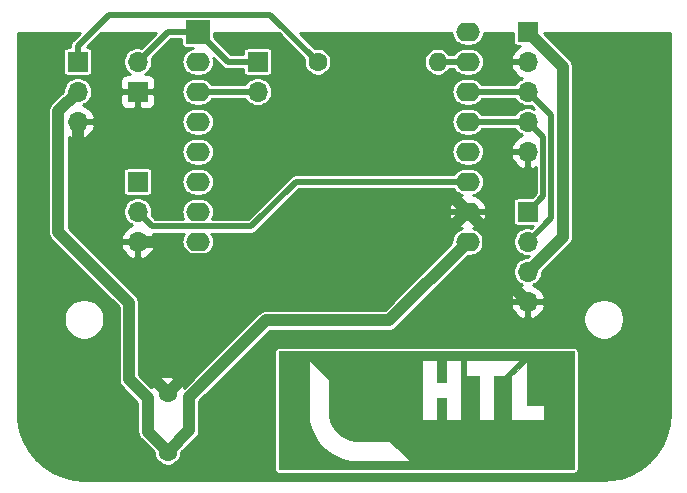
<source format=gbr>
%TF.GenerationSoftware,KiCad,Pcbnew,5.1.9*%
%TF.CreationDate,2021-02-17T23:05:45+01:00*%
%TF.ProjectId,airsmiley,61697273-6d69-46c6-9579-2e6b69636164,v1*%
%TF.SameCoordinates,Original*%
%TF.FileFunction,Copper,L1,Top*%
%TF.FilePolarity,Positive*%
%FSLAX46Y46*%
G04 Gerber Fmt 4.6, Leading zero omitted, Abs format (unit mm)*
G04 Created by KiCad (PCBNEW 5.1.9) date 2021-02-17 23:05:45*
%MOMM*%
%LPD*%
G01*
G04 APERTURE LIST*
%TA.AperFunction,EtchedComponent*%
%ADD10C,0.010000*%
%TD*%
%TA.AperFunction,ComponentPad*%
%ADD11O,1.700000X1.700000*%
%TD*%
%TA.AperFunction,ComponentPad*%
%ADD12R,1.700000X1.700000*%
%TD*%
%TA.AperFunction,ComponentPad*%
%ADD13O,1.600000X1.600000*%
%TD*%
%TA.AperFunction,ComponentPad*%
%ADD14C,1.600000*%
%TD*%
%TA.AperFunction,ComponentPad*%
%ADD15O,2.000000X1.600000*%
%TD*%
%TA.AperFunction,ComponentPad*%
%ADD16R,2.000000X2.000000*%
%TD*%
%TA.AperFunction,Conductor*%
%ADD17C,1.000000*%
%TD*%
%TA.AperFunction,Conductor*%
%ADD18C,0.500000*%
%TD*%
%TA.AperFunction,Conductor*%
%ADD19C,0.250000*%
%TD*%
%TA.AperFunction,Conductor*%
%ADD20C,0.100000*%
%TD*%
G04 APERTURE END LIST*
D10*
%TO.C,Ref\u002A\u002A*%
G36*
X166489500Y-110715333D02*
G01*
X141491667Y-110715333D01*
X141491667Y-104568410D01*
X144011545Y-104568410D01*
X144011722Y-104872273D01*
X144012178Y-105141642D01*
X144012996Y-105379130D01*
X144014261Y-105587351D01*
X144016054Y-105768918D01*
X144018462Y-105926444D01*
X144021565Y-106062542D01*
X144025449Y-106179826D01*
X144030197Y-106280908D01*
X144035892Y-106368401D01*
X144042618Y-106444920D01*
X144050458Y-106513077D01*
X144059497Y-106575485D01*
X144069816Y-106634757D01*
X144081501Y-106693507D01*
X144094635Y-106754348D01*
X144106322Y-106806645D01*
X144215300Y-107196014D01*
X144363374Y-107572150D01*
X144548633Y-107932340D01*
X144769170Y-108273876D01*
X145023075Y-108594046D01*
X145308439Y-108890140D01*
X145623353Y-109159449D01*
X145904917Y-109360109D01*
X146199014Y-109531571D01*
X146521823Y-109682138D01*
X146863486Y-109808366D01*
X147214142Y-109906808D01*
X147563934Y-109974016D01*
X147714667Y-109992769D01*
X147759853Y-109995264D01*
X147844393Y-109997710D01*
X147965308Y-110000081D01*
X148119619Y-110002352D01*
X148304346Y-110004497D01*
X148516510Y-110006492D01*
X148753132Y-110008312D01*
X149011233Y-110009932D01*
X149287832Y-110011326D01*
X149579953Y-110012469D01*
X149884613Y-110013337D01*
X150198836Y-110013905D01*
X150233500Y-110013947D01*
X152572417Y-110016686D01*
X151714626Y-109159510D01*
X150856836Y-108302333D01*
X149470960Y-108301966D01*
X149226229Y-108301583D01*
X148989180Y-108300602D01*
X148764011Y-108299079D01*
X148554921Y-108297071D01*
X148366111Y-108294633D01*
X148201779Y-108291823D01*
X148066126Y-108288695D01*
X147963351Y-108285306D01*
X147897653Y-108281712D01*
X147887462Y-108280783D01*
X147569901Y-108226757D01*
X147267112Y-108133731D01*
X146981539Y-108002861D01*
X146715628Y-107835301D01*
X146471825Y-107632206D01*
X146432427Y-107593905D01*
X146220179Y-107354851D01*
X146045154Y-107096170D01*
X145906036Y-106815750D01*
X145843743Y-106649686D01*
X145821808Y-106583088D01*
X145802753Y-106520690D01*
X145786374Y-106459089D01*
X145772469Y-106394880D01*
X145760837Y-106324662D01*
X145751275Y-106245030D01*
X145743581Y-106152583D01*
X145737553Y-106043917D01*
X145732988Y-105915628D01*
X145729684Y-105764315D01*
X145727439Y-105586573D01*
X145726051Y-105378999D01*
X145725317Y-105138191D01*
X145725036Y-104860746D01*
X145725000Y-104651467D01*
X145725000Y-103186312D01*
X144868820Y-102320614D01*
X144012640Y-101454917D01*
X144011695Y-103846750D01*
X144011564Y-104227440D01*
X144011545Y-104568410D01*
X141491667Y-104568410D01*
X141491667Y-101423167D01*
X153577833Y-101423167D01*
X153577833Y-106503167D01*
X154869000Y-106503167D01*
X154869000Y-104704000D01*
X155631000Y-104704000D01*
X155631000Y-106503167D01*
X156922167Y-106503167D01*
X156922167Y-102777833D01*
X157366667Y-102777833D01*
X158425000Y-102777833D01*
X158425000Y-106503167D01*
X159716167Y-106503167D01*
X159716167Y-102830490D01*
X161176667Y-102830490D01*
X161176667Y-106503167D01*
X163970667Y-106503167D01*
X163970667Y-105275500D01*
X162467833Y-105275500D01*
X162467833Y-101539843D01*
X161822250Y-102185167D01*
X161176667Y-102830490D01*
X159716167Y-102830490D01*
X159716167Y-102777833D01*
X160577560Y-102777833D01*
X161949250Y-101425303D01*
X159657958Y-101424235D01*
X157366667Y-101423167D01*
X157366667Y-102777833D01*
X156922167Y-102777833D01*
X156922167Y-101423167D01*
X155631000Y-101423167D01*
X155631000Y-103285833D01*
X154869000Y-103285833D01*
X154869000Y-101423167D01*
X153577833Y-101423167D01*
X141491667Y-101423167D01*
X141491667Y-100724667D01*
X166489500Y-100724667D01*
X166489500Y-110715333D01*
G37*
X166489500Y-110715333D02*
X141491667Y-110715333D01*
X141491667Y-104568410D01*
X144011545Y-104568410D01*
X144011722Y-104872273D01*
X144012178Y-105141642D01*
X144012996Y-105379130D01*
X144014261Y-105587351D01*
X144016054Y-105768918D01*
X144018462Y-105926444D01*
X144021565Y-106062542D01*
X144025449Y-106179826D01*
X144030197Y-106280908D01*
X144035892Y-106368401D01*
X144042618Y-106444920D01*
X144050458Y-106513077D01*
X144059497Y-106575485D01*
X144069816Y-106634757D01*
X144081501Y-106693507D01*
X144094635Y-106754348D01*
X144106322Y-106806645D01*
X144215300Y-107196014D01*
X144363374Y-107572150D01*
X144548633Y-107932340D01*
X144769170Y-108273876D01*
X145023075Y-108594046D01*
X145308439Y-108890140D01*
X145623353Y-109159449D01*
X145904917Y-109360109D01*
X146199014Y-109531571D01*
X146521823Y-109682138D01*
X146863486Y-109808366D01*
X147214142Y-109906808D01*
X147563934Y-109974016D01*
X147714667Y-109992769D01*
X147759853Y-109995264D01*
X147844393Y-109997710D01*
X147965308Y-110000081D01*
X148119619Y-110002352D01*
X148304346Y-110004497D01*
X148516510Y-110006492D01*
X148753132Y-110008312D01*
X149011233Y-110009932D01*
X149287832Y-110011326D01*
X149579953Y-110012469D01*
X149884613Y-110013337D01*
X150198836Y-110013905D01*
X150233500Y-110013947D01*
X152572417Y-110016686D01*
X151714626Y-109159510D01*
X150856836Y-108302333D01*
X149470960Y-108301966D01*
X149226229Y-108301583D01*
X148989180Y-108300602D01*
X148764011Y-108299079D01*
X148554921Y-108297071D01*
X148366111Y-108294633D01*
X148201779Y-108291823D01*
X148066126Y-108288695D01*
X147963351Y-108285306D01*
X147897653Y-108281712D01*
X147887462Y-108280783D01*
X147569901Y-108226757D01*
X147267112Y-108133731D01*
X146981539Y-108002861D01*
X146715628Y-107835301D01*
X146471825Y-107632206D01*
X146432427Y-107593905D01*
X146220179Y-107354851D01*
X146045154Y-107096170D01*
X145906036Y-106815750D01*
X145843743Y-106649686D01*
X145821808Y-106583088D01*
X145802753Y-106520690D01*
X145786374Y-106459089D01*
X145772469Y-106394880D01*
X145760837Y-106324662D01*
X145751275Y-106245030D01*
X145743581Y-106152583D01*
X145737553Y-106043917D01*
X145732988Y-105915628D01*
X145729684Y-105764315D01*
X145727439Y-105586573D01*
X145726051Y-105378999D01*
X145725317Y-105138191D01*
X145725036Y-104860746D01*
X145725000Y-104651467D01*
X145725000Y-103186312D01*
X144868820Y-102320614D01*
X144012640Y-101454917D01*
X144011695Y-103846750D01*
X144011564Y-104227440D01*
X144011545Y-104568410D01*
X141491667Y-104568410D01*
X141491667Y-101423167D01*
X153577833Y-101423167D01*
X153577833Y-106503167D01*
X154869000Y-106503167D01*
X154869000Y-104704000D01*
X155631000Y-104704000D01*
X155631000Y-106503167D01*
X156922167Y-106503167D01*
X156922167Y-102777833D01*
X157366667Y-102777833D01*
X158425000Y-102777833D01*
X158425000Y-106503167D01*
X159716167Y-106503167D01*
X159716167Y-102830490D01*
X161176667Y-102830490D01*
X161176667Y-106503167D01*
X163970667Y-106503167D01*
X163970667Y-105275500D01*
X162467833Y-105275500D01*
X162467833Y-101539843D01*
X161822250Y-102185167D01*
X161176667Y-102830490D01*
X159716167Y-102830490D01*
X159716167Y-102777833D01*
X160577560Y-102777833D01*
X161949250Y-101425303D01*
X159657958Y-101424235D01*
X157366667Y-101423167D01*
X157366667Y-102777833D01*
X156922167Y-102777833D01*
X156922167Y-101423167D01*
X155631000Y-101423167D01*
X155631000Y-103285833D01*
X154869000Y-103285833D01*
X154869000Y-101423167D01*
X153577833Y-101423167D01*
X141491667Y-101423167D01*
X141491667Y-100724667D01*
X166489500Y-100724667D01*
X166489500Y-110715333D01*
%TD*%
D11*
%TO.P,J_RST_1,2*%
%TO.N,Net-(J1-Pad1)*%
X129540000Y-76200000D03*
D12*
%TO.P,J_RST_1,1*%
%TO.N,GND*%
X129540000Y-78740000D03*
%TD*%
D13*
%TO.P,R1,2*%
%TO.N,Net-(R1-Pad2)*%
X154940000Y-76200000D03*
D14*
%TO.P,R1,1*%
%TO.N,TO_DI*%
X144780000Y-76200000D03*
%TD*%
%TO.P,C1,2*%
%TO.N,GND*%
X132080000Y-104220000D03*
%TO.P,C1,1*%
%TO.N,+5V*%
X132080000Y-109220000D03*
%TD*%
D11*
%TO.P,J_WS2812B_1,3*%
%TO.N,GND*%
X124460000Y-81280000D03*
%TO.P,J_WS2812B_1,2*%
%TO.N,+5V*%
X124460000Y-78740000D03*
D12*
%TO.P,J_WS2812B_1,1*%
%TO.N,TO_DI*%
X124460000Y-76200000D03*
%TD*%
D11*
%TO.P,J_OLED_1,4*%
%TO.N,GND*%
X162560000Y-96520000D03*
%TO.P,J_OLED_1,3*%
%TO.N,+3V3*%
X162560000Y-93980000D03*
%TO.P,J_OLED_1,2*%
%TO.N,SCL*%
X162560000Y-91440000D03*
D12*
%TO.P,J_OLED_1,1*%
%TO.N,SDA*%
X162560000Y-88900000D03*
%TD*%
D11*
%TO.P,J_DHT22,3*%
%TO.N,GND*%
X129540000Y-91440000D03*
%TO.P,J_DHT22,2*%
%TO.N,DHT*%
X129540000Y-88900000D03*
D12*
%TO.P,J_DHT22,1*%
%TO.N,+3V3*%
X129540000Y-86360000D03*
%TD*%
D11*
%TO.P,J1,2*%
%TO.N,Net-(J1-Pad2)*%
X139700000Y-78740000D03*
D12*
%TO.P,J1,1*%
%TO.N,Net-(J1-Pad1)*%
X139700000Y-76200000D03*
%TD*%
D11*
%TO.P,J_CCS811,5*%
%TO.N,GND*%
X162560000Y-83820000D03*
%TO.P,J_CCS811,4*%
%TO.N,SDA*%
X162560000Y-81280000D03*
%TO.P,J_CCS811,3*%
%TO.N,SCL*%
X162560000Y-78740000D03*
%TO.P,J_CCS811,2*%
%TO.N,GND*%
X162560000Y-76200000D03*
D12*
%TO.P,J_CCS811,1*%
%TO.N,+3V3*%
X162560000Y-73660000D03*
%TD*%
D15*
%TO.P,U1,16*%
%TO.N,Net-(U1-Pad16)*%
X157480000Y-73660000D03*
%TO.P,U1,15*%
%TO.N,Net-(R1-Pad2)*%
X157480000Y-76200000D03*
%TO.P,U1,14*%
%TO.N,SCL*%
X157480000Y-78740000D03*
%TO.P,U1,13*%
%TO.N,SDA*%
X157480000Y-81280000D03*
%TO.P,U1,12*%
%TO.N,Net-(U1-Pad12)*%
X157480000Y-83820000D03*
%TO.P,U1,11*%
%TO.N,DHT*%
X157480000Y-86360000D03*
%TO.P,U1,10*%
%TO.N,GND*%
X157480000Y-88900000D03*
%TO.P,U1,9*%
%TO.N,+5V*%
X157480000Y-91440000D03*
%TO.P,U1,8*%
%TO.N,+3V3*%
X134620000Y-91440000D03*
%TO.P,U1,7*%
%TO.N,Net-(U1-Pad7)*%
X134620000Y-88900000D03*
%TO.P,U1,6*%
%TO.N,Net-(U1-Pad6)*%
X134620000Y-86360000D03*
%TO.P,U1,5*%
%TO.N,Net-(U1-Pad5)*%
X134620000Y-83820000D03*
%TO.P,U1,4*%
%TO.N,Net-(U1-Pad4)*%
X134620000Y-81280000D03*
%TO.P,U1,3*%
%TO.N,Net-(J1-Pad2)*%
X134620000Y-78740000D03*
D16*
%TO.P,U1,1*%
%TO.N,Net-(J1-Pad1)*%
X134620000Y-73660000D03*
D15*
%TO.P,U1,2*%
%TO.N,Net-(U1-Pad2)*%
X134620000Y-76200000D03*
%TD*%
D17*
%TO.N,GND*%
X159180010Y-93140010D02*
X162560000Y-96520000D01*
X159180010Y-90600010D02*
X159180010Y-93140010D01*
X157480000Y-88900000D02*
X159180010Y-90600010D01*
X156280000Y-87700000D02*
X157480000Y-88900000D01*
X145300000Y-87700000D02*
X156280000Y-87700000D01*
X140059990Y-92940010D02*
X145300000Y-87700000D01*
X133798676Y-92940010D02*
X140059990Y-92940010D01*
X132298666Y-91440000D02*
X133798676Y-92940010D01*
X129540000Y-91440000D02*
X132298666Y-91440000D01*
X139600000Y-96700000D02*
X132080000Y-104220000D01*
X149600000Y-96700000D02*
X139600000Y-96700000D01*
X157400000Y-88900000D02*
X149600000Y-96700000D01*
X157480000Y-88900000D02*
X157400000Y-88900000D01*
X130200000Y-102340000D02*
X132080000Y-104220000D01*
X130200000Y-96200000D02*
X130200000Y-102340000D01*
X124450000Y-90450000D02*
X130200000Y-96200000D01*
X124450000Y-81290000D02*
X124450000Y-90450000D01*
X124460000Y-81280000D02*
X124450000Y-81290000D01*
D18*
%TO.N,SCL*%
X163860001Y-80040001D02*
X162560000Y-78740000D01*
X157480000Y-78740000D02*
X162560000Y-78740000D01*
D17*
X162770000Y-91440000D02*
X162560000Y-91440000D01*
D18*
X164560012Y-80740012D02*
X162560000Y-78740000D01*
X164560012Y-89439988D02*
X164560012Y-80740012D01*
X162560000Y-91440000D02*
X164560012Y-89439988D01*
%TO.N,SDA*%
X157480000Y-81280000D02*
X162560000Y-81280000D01*
X163860001Y-82580001D02*
X162560000Y-81280000D01*
X163860001Y-87599999D02*
X163860001Y-82580001D01*
X162560000Y-88900000D02*
X163860001Y-87599999D01*
D17*
%TO.N,+3V3*%
X162560000Y-93980000D02*
X165520000Y-91020000D01*
X165520000Y-76620000D02*
X162560000Y-73660000D01*
X165520000Y-91020000D02*
X165520000Y-76620000D01*
%TO.N,+5V*%
X150820000Y-98100000D02*
X157480000Y-91440000D01*
X133900000Y-104600000D02*
X140400000Y-98100000D01*
X140400000Y-98100000D02*
X150820000Y-98100000D01*
X133900000Y-107400000D02*
X133900000Y-104600000D01*
X132080000Y-109220000D02*
X133900000Y-107400000D01*
X130400000Y-107540000D02*
X132080000Y-109220000D01*
X130400000Y-104700000D02*
X130400000Y-107540000D01*
X128800000Y-103100000D02*
X130400000Y-104700000D01*
X128800000Y-96600000D02*
X128800000Y-103100000D01*
X122824988Y-80375012D02*
X122824988Y-90624988D01*
X122824988Y-90624988D02*
X128800000Y-96600000D01*
X124460000Y-78740000D02*
X122824988Y-80375012D01*
D18*
%TO.N,Net-(J1-Pad2)*%
X134620000Y-78740000D02*
X139700000Y-78740000D01*
%TO.N,Net-(J1-Pad1)*%
X137160000Y-76200000D02*
X134620000Y-73660000D01*
X139700000Y-76200000D02*
X137160000Y-76200000D01*
X132080000Y-73660000D02*
X129540000Y-76200000D01*
X134620000Y-73660000D02*
X132080000Y-73660000D01*
%TO.N,DHT*%
X142940000Y-86360000D02*
X157480000Y-86360000D01*
X139149990Y-90150010D02*
X142940000Y-86360000D01*
X130790010Y-90150010D02*
X139149990Y-90150010D01*
X129540000Y-88900000D02*
X130790010Y-90150010D01*
%TO.N,TO_DI*%
X140789999Y-72209999D02*
X144780000Y-76200000D01*
X127100001Y-72209999D02*
X140789999Y-72209999D01*
X124460000Y-74850000D02*
X127100001Y-72209999D01*
X124460000Y-76200000D02*
X124460000Y-74850000D01*
%TO.N,Net-(R1-Pad2)*%
X154940000Y-76200000D02*
X157480000Y-76200000D01*
%TD*%
D19*
%TO.N,GND*%
X124039772Y-74386346D02*
X124015921Y-74405920D01*
X123996348Y-74429770D01*
X123937818Y-74501089D01*
X123879782Y-74609666D01*
X123844044Y-74727479D01*
X123831977Y-74850000D01*
X123835001Y-74880703D01*
X123835001Y-74973186D01*
X123610000Y-74973186D01*
X123536487Y-74980426D01*
X123465800Y-75001869D01*
X123400653Y-75036691D01*
X123343552Y-75083552D01*
X123296691Y-75140653D01*
X123261869Y-75205800D01*
X123240426Y-75276487D01*
X123233186Y-75350000D01*
X123233186Y-77050000D01*
X123240426Y-77123513D01*
X123261869Y-77194200D01*
X123296691Y-77259347D01*
X123343552Y-77316448D01*
X123400653Y-77363309D01*
X123465800Y-77398131D01*
X123536487Y-77419574D01*
X123610000Y-77426814D01*
X125310000Y-77426814D01*
X125383513Y-77419574D01*
X125454200Y-77398131D01*
X125519347Y-77363309D01*
X125576448Y-77316448D01*
X125623309Y-77259347D01*
X125658131Y-77194200D01*
X125679574Y-77123513D01*
X125686814Y-77050000D01*
X125686814Y-75350000D01*
X125679574Y-75276487D01*
X125658131Y-75205800D01*
X125623309Y-75140653D01*
X125576448Y-75083552D01*
X125519347Y-75036691D01*
X125454200Y-75001869D01*
X125383513Y-74980426D01*
X125310000Y-74973186D01*
X125220696Y-74973186D01*
X126408883Y-73785000D01*
X131071117Y-73785000D01*
X129844540Y-75011578D01*
X129660652Y-74975000D01*
X129419348Y-74975000D01*
X129182681Y-75022076D01*
X128959745Y-75114419D01*
X128759108Y-75248481D01*
X128588481Y-75419108D01*
X128454419Y-75619745D01*
X128362076Y-75842681D01*
X128315000Y-76079348D01*
X128315000Y-76320652D01*
X128362076Y-76557319D01*
X128454419Y-76780255D01*
X128588481Y-76980892D01*
X128759108Y-77151519D01*
X128914213Y-77255157D01*
X128690000Y-77253937D01*
X128565910Y-77266159D01*
X128446589Y-77302354D01*
X128336622Y-77361133D01*
X128240236Y-77440236D01*
X128161133Y-77536622D01*
X128102354Y-77646589D01*
X128066159Y-77765910D01*
X128053937Y-77890000D01*
X128057000Y-78452750D01*
X128215250Y-78611000D01*
X129411000Y-78611000D01*
X129411000Y-78591000D01*
X129669000Y-78591000D01*
X129669000Y-78611000D01*
X130864750Y-78611000D01*
X131023000Y-78452750D01*
X131026063Y-77890000D01*
X131013841Y-77765910D01*
X130977646Y-77646589D01*
X130918867Y-77536622D01*
X130839764Y-77440236D01*
X130743378Y-77361133D01*
X130633411Y-77302354D01*
X130514090Y-77266159D01*
X130390000Y-77253937D01*
X130165787Y-77255157D01*
X130320892Y-77151519D01*
X130491519Y-76980892D01*
X130625581Y-76780255D01*
X130717924Y-76557319D01*
X130765000Y-76320652D01*
X130765000Y-76079348D01*
X130728422Y-75895460D01*
X132338884Y-74285000D01*
X133243186Y-74285000D01*
X133243186Y-74660000D01*
X133250426Y-74733513D01*
X133271869Y-74804200D01*
X133306691Y-74869347D01*
X133353552Y-74926448D01*
X133410653Y-74973309D01*
X133475800Y-75008131D01*
X133546487Y-75029574D01*
X133620000Y-75036814D01*
X134242333Y-75036814D01*
X134189660Y-75042002D01*
X133968171Y-75109189D01*
X133764047Y-75218296D01*
X133585130Y-75365130D01*
X133438296Y-75544047D01*
X133329189Y-75748171D01*
X133262002Y-75969660D01*
X133239315Y-76200000D01*
X133262002Y-76430340D01*
X133329189Y-76651829D01*
X133438296Y-76855953D01*
X133585130Y-77034870D01*
X133764047Y-77181704D01*
X133968171Y-77290811D01*
X134189660Y-77357998D01*
X134362280Y-77375000D01*
X134877720Y-77375000D01*
X135050340Y-77357998D01*
X135271829Y-77290811D01*
X135475953Y-77181704D01*
X135654870Y-77034870D01*
X135801704Y-76855953D01*
X135910811Y-76651829D01*
X135977998Y-76430340D01*
X136000685Y-76200000D01*
X135977998Y-75969660D01*
X135948485Y-75872369D01*
X136696351Y-76620235D01*
X136715920Y-76644080D01*
X136739765Y-76663649D01*
X136739768Y-76663652D01*
X136811087Y-76722182D01*
X136811089Y-76722183D01*
X136919666Y-76780219D01*
X137037479Y-76815957D01*
X137129296Y-76825000D01*
X137129305Y-76825000D01*
X137159999Y-76828023D01*
X137190693Y-76825000D01*
X138473186Y-76825000D01*
X138473186Y-77050000D01*
X138480426Y-77123513D01*
X138501869Y-77194200D01*
X138536691Y-77259347D01*
X138583552Y-77316448D01*
X138640653Y-77363309D01*
X138705800Y-77398131D01*
X138776487Y-77419574D01*
X138850000Y-77426814D01*
X140550000Y-77426814D01*
X140623513Y-77419574D01*
X140694200Y-77398131D01*
X140759347Y-77363309D01*
X140816448Y-77316448D01*
X140863309Y-77259347D01*
X140898131Y-77194200D01*
X140919574Y-77123513D01*
X140926814Y-77050000D01*
X140926814Y-75350000D01*
X140919574Y-75276487D01*
X140898131Y-75205800D01*
X140863309Y-75140653D01*
X140816448Y-75083552D01*
X140759347Y-75036691D01*
X140694200Y-75001869D01*
X140623513Y-74980426D01*
X140550000Y-74973186D01*
X138850000Y-74973186D01*
X138776487Y-74980426D01*
X138705800Y-75001869D01*
X138640653Y-75036691D01*
X138583552Y-75083552D01*
X138536691Y-75140653D01*
X138501869Y-75205800D01*
X138480426Y-75276487D01*
X138473186Y-75350000D01*
X138473186Y-75575000D01*
X137418884Y-75575000D01*
X135996814Y-74152931D01*
X135996814Y-73785000D01*
X141481117Y-73785000D01*
X143634099Y-75937983D01*
X143605000Y-76084273D01*
X143605000Y-76315727D01*
X143650155Y-76542735D01*
X143738729Y-76756571D01*
X143867318Y-76949019D01*
X144030981Y-77112682D01*
X144223429Y-77241271D01*
X144437265Y-77329845D01*
X144664273Y-77375000D01*
X144895727Y-77375000D01*
X145122735Y-77329845D01*
X145336571Y-77241271D01*
X145529019Y-77112682D01*
X145692682Y-76949019D01*
X145821271Y-76756571D01*
X145909845Y-76542735D01*
X145955000Y-76315727D01*
X145955000Y-76084273D01*
X153765000Y-76084273D01*
X153765000Y-76315727D01*
X153810155Y-76542735D01*
X153898729Y-76756571D01*
X154027318Y-76949019D01*
X154190981Y-77112682D01*
X154383429Y-77241271D01*
X154597265Y-77329845D01*
X154824273Y-77375000D01*
X155055727Y-77375000D01*
X155282735Y-77329845D01*
X155496571Y-77241271D01*
X155689019Y-77112682D01*
X155852682Y-76949019D01*
X155935548Y-76825000D01*
X156281751Y-76825000D01*
X156298296Y-76855953D01*
X156445130Y-77034870D01*
X156624047Y-77181704D01*
X156828171Y-77290811D01*
X157049660Y-77357998D01*
X157222280Y-77375000D01*
X157737720Y-77375000D01*
X157910340Y-77357998D01*
X158131829Y-77290811D01*
X158335953Y-77181704D01*
X158514870Y-77034870D01*
X158661704Y-76855953D01*
X158770811Y-76651829D01*
X158837998Y-76430340D01*
X158860685Y-76200000D01*
X158837998Y-75969660D01*
X158770811Y-75748171D01*
X158661704Y-75544047D01*
X158514870Y-75365130D01*
X158335953Y-75218296D01*
X158131829Y-75109189D01*
X157910340Y-75042002D01*
X157737720Y-75025000D01*
X157222280Y-75025000D01*
X157049660Y-75042002D01*
X156828171Y-75109189D01*
X156624047Y-75218296D01*
X156445130Y-75365130D01*
X156298296Y-75544047D01*
X156281751Y-75575000D01*
X155935548Y-75575000D01*
X155852682Y-75450981D01*
X155689019Y-75287318D01*
X155496571Y-75158729D01*
X155282735Y-75070155D01*
X155055727Y-75025000D01*
X154824273Y-75025000D01*
X154597265Y-75070155D01*
X154383429Y-75158729D01*
X154190981Y-75287318D01*
X154027318Y-75450981D01*
X153898729Y-75643429D01*
X153810155Y-75857265D01*
X153765000Y-76084273D01*
X145955000Y-76084273D01*
X145909845Y-75857265D01*
X145821271Y-75643429D01*
X145692682Y-75450981D01*
X145529019Y-75287318D01*
X145336571Y-75158729D01*
X145122735Y-75070155D01*
X144895727Y-75025000D01*
X144664273Y-75025000D01*
X144517983Y-75054099D01*
X143248883Y-73785000D01*
X156111627Y-73785000D01*
X156122002Y-73890340D01*
X156189189Y-74111829D01*
X156298296Y-74315953D01*
X156445130Y-74494870D01*
X156624047Y-74641704D01*
X156828171Y-74750811D01*
X157049660Y-74817998D01*
X157222280Y-74835000D01*
X157737720Y-74835000D01*
X157910340Y-74817998D01*
X158131829Y-74750811D01*
X158335953Y-74641704D01*
X158514870Y-74494870D01*
X158661704Y-74315953D01*
X158770811Y-74111829D01*
X158837998Y-73890340D01*
X158848373Y-73785000D01*
X161333186Y-73785000D01*
X161333186Y-74510000D01*
X161340426Y-74583513D01*
X161361869Y-74654200D01*
X161396691Y-74719347D01*
X161443552Y-74776448D01*
X161500653Y-74823309D01*
X161565800Y-74858131D01*
X161636487Y-74879574D01*
X161710000Y-74886814D01*
X161880384Y-74886814D01*
X161678078Y-75007725D01*
X161462423Y-75202689D01*
X161288947Y-75435979D01*
X161164317Y-75698630D01*
X161120990Y-75841475D01*
X161241546Y-76071000D01*
X162431000Y-76071000D01*
X162431000Y-76051000D01*
X162689000Y-76051000D01*
X162689000Y-76071000D01*
X162709000Y-76071000D01*
X162709000Y-76329000D01*
X162689000Y-76329000D01*
X162689000Y-76349000D01*
X162431000Y-76349000D01*
X162431000Y-76329000D01*
X161241546Y-76329000D01*
X161120990Y-76558525D01*
X161164317Y-76701370D01*
X161288947Y-76964021D01*
X161462423Y-77197311D01*
X161678078Y-77392275D01*
X161927625Y-77541420D01*
X162102279Y-77603664D01*
X161979745Y-77654419D01*
X161779108Y-77788481D01*
X161608481Y-77959108D01*
X161504317Y-78115000D01*
X158678249Y-78115000D01*
X158661704Y-78084047D01*
X158514870Y-77905130D01*
X158335953Y-77758296D01*
X158131829Y-77649189D01*
X157910340Y-77582002D01*
X157737720Y-77565000D01*
X157222280Y-77565000D01*
X157049660Y-77582002D01*
X156828171Y-77649189D01*
X156624047Y-77758296D01*
X156445130Y-77905130D01*
X156298296Y-78084047D01*
X156189189Y-78288171D01*
X156122002Y-78509660D01*
X156099315Y-78740000D01*
X156122002Y-78970340D01*
X156189189Y-79191829D01*
X156298296Y-79395953D01*
X156445130Y-79574870D01*
X156624047Y-79721704D01*
X156828171Y-79830811D01*
X157049660Y-79897998D01*
X157222280Y-79915000D01*
X157737720Y-79915000D01*
X157910340Y-79897998D01*
X158131829Y-79830811D01*
X158335953Y-79721704D01*
X158514870Y-79574870D01*
X158661704Y-79395953D01*
X158678249Y-79365000D01*
X161504317Y-79365000D01*
X161608481Y-79520892D01*
X161779108Y-79691519D01*
X161979745Y-79825581D01*
X162202681Y-79917924D01*
X162439348Y-79965000D01*
X162680652Y-79965000D01*
X162864540Y-79928422D01*
X163113764Y-80177646D01*
X163123664Y-80187547D01*
X162917319Y-80102076D01*
X162680652Y-80055000D01*
X162439348Y-80055000D01*
X162202681Y-80102076D01*
X161979745Y-80194419D01*
X161779108Y-80328481D01*
X161608481Y-80499108D01*
X161504317Y-80655000D01*
X158678249Y-80655000D01*
X158661704Y-80624047D01*
X158514870Y-80445130D01*
X158335953Y-80298296D01*
X158131829Y-80189189D01*
X157910340Y-80122002D01*
X157737720Y-80105000D01*
X157222280Y-80105000D01*
X157049660Y-80122002D01*
X156828171Y-80189189D01*
X156624047Y-80298296D01*
X156445130Y-80445130D01*
X156298296Y-80624047D01*
X156189189Y-80828171D01*
X156122002Y-81049660D01*
X156099315Y-81280000D01*
X156122002Y-81510340D01*
X156189189Y-81731829D01*
X156298296Y-81935953D01*
X156445130Y-82114870D01*
X156624047Y-82261704D01*
X156828171Y-82370811D01*
X157049660Y-82437998D01*
X157222280Y-82455000D01*
X157737720Y-82455000D01*
X157910340Y-82437998D01*
X158131829Y-82370811D01*
X158335953Y-82261704D01*
X158514870Y-82114870D01*
X158661704Y-81935953D01*
X158678249Y-81905000D01*
X161504317Y-81905000D01*
X161608481Y-82060892D01*
X161779108Y-82231519D01*
X161979745Y-82365581D01*
X162102279Y-82416336D01*
X161927625Y-82478580D01*
X161678078Y-82627725D01*
X161462423Y-82822689D01*
X161288947Y-83055979D01*
X161164317Y-83318630D01*
X161120990Y-83461475D01*
X161241546Y-83691000D01*
X162431000Y-83691000D01*
X162431000Y-83671000D01*
X162689000Y-83671000D01*
X162689000Y-83691000D01*
X162709000Y-83691000D01*
X162709000Y-83949000D01*
X162689000Y-83949000D01*
X162689000Y-85139134D01*
X162918526Y-85259015D01*
X163192375Y-85161420D01*
X163235001Y-85135944D01*
X163235001Y-87341116D01*
X162902931Y-87673186D01*
X161710000Y-87673186D01*
X161636487Y-87680426D01*
X161565800Y-87701869D01*
X161500653Y-87736691D01*
X161443552Y-87783552D01*
X161396691Y-87840653D01*
X161361869Y-87905800D01*
X161340426Y-87976487D01*
X161333186Y-88050000D01*
X161333186Y-89750000D01*
X161340426Y-89823513D01*
X161361869Y-89894200D01*
X161396691Y-89959347D01*
X161443552Y-90016448D01*
X161500653Y-90063309D01*
X161565800Y-90098131D01*
X161636487Y-90119574D01*
X161710000Y-90126814D01*
X162989304Y-90126814D01*
X162864540Y-90251578D01*
X162680652Y-90215000D01*
X162439348Y-90215000D01*
X162202681Y-90262076D01*
X161979745Y-90354419D01*
X161779108Y-90488481D01*
X161608481Y-90659108D01*
X161474419Y-90859745D01*
X161382076Y-91082681D01*
X161335000Y-91319348D01*
X161335000Y-91560652D01*
X161382076Y-91797319D01*
X161474419Y-92020255D01*
X161608481Y-92220892D01*
X161779108Y-92391519D01*
X161979745Y-92525581D01*
X162202681Y-92617924D01*
X162439348Y-92665000D01*
X162637564Y-92665000D01*
X162547564Y-92755000D01*
X162439348Y-92755000D01*
X162202681Y-92802076D01*
X161979745Y-92894419D01*
X161779108Y-93028481D01*
X161608481Y-93199108D01*
X161474419Y-93399745D01*
X161382076Y-93622681D01*
X161335000Y-93859348D01*
X161335000Y-94100652D01*
X161382076Y-94337319D01*
X161474419Y-94560255D01*
X161608481Y-94760892D01*
X161779108Y-94931519D01*
X161979745Y-95065581D01*
X162102279Y-95116336D01*
X161927625Y-95178580D01*
X161678078Y-95327725D01*
X161462423Y-95522689D01*
X161288947Y-95755979D01*
X161164317Y-96018630D01*
X161120990Y-96161475D01*
X161241546Y-96391000D01*
X162431000Y-96391000D01*
X162431000Y-96371000D01*
X162689000Y-96371000D01*
X162689000Y-96391000D01*
X163878454Y-96391000D01*
X163999010Y-96161475D01*
X163955683Y-96018630D01*
X163831053Y-95755979D01*
X163657577Y-95522689D01*
X163441922Y-95327725D01*
X163192375Y-95178580D01*
X163017721Y-95116336D01*
X163140255Y-95065581D01*
X163340892Y-94931519D01*
X163511519Y-94760892D01*
X163645581Y-94560255D01*
X163737924Y-94337319D01*
X163785000Y-94100652D01*
X163785000Y-93992436D01*
X166108326Y-91669111D01*
X166141712Y-91641712D01*
X166251056Y-91508476D01*
X166332305Y-91356468D01*
X166375731Y-91213315D01*
X166382339Y-91191531D01*
X166399233Y-91020001D01*
X166395000Y-90977022D01*
X166395000Y-76662978D01*
X166399233Y-76619999D01*
X166382339Y-76448469D01*
X166332305Y-76283532D01*
X166304068Y-76230704D01*
X166251056Y-76131524D01*
X166141712Y-75998288D01*
X166108325Y-75970888D01*
X163922436Y-73785000D01*
X174600001Y-73785000D01*
X174600000Y-105983585D01*
X174523473Y-106914404D01*
X174299958Y-107804253D01*
X173934110Y-108645647D01*
X173435751Y-109415992D01*
X172818274Y-110094589D01*
X172098241Y-110663237D01*
X171295017Y-111106641D01*
X170430147Y-111412907D01*
X169519971Y-111575034D01*
X168990573Y-111600000D01*
X125016415Y-111600000D01*
X124085596Y-111523473D01*
X123195747Y-111299958D01*
X122354353Y-110934110D01*
X121584008Y-110435751D01*
X120905411Y-109818274D01*
X120336763Y-109098241D01*
X119893359Y-108295017D01*
X119587093Y-107430147D01*
X119424966Y-106519971D01*
X119400000Y-105990573D01*
X119400000Y-97830102D01*
X123275000Y-97830102D01*
X123275000Y-98169898D01*
X123341290Y-98503164D01*
X123471324Y-98817094D01*
X123660105Y-99099624D01*
X123900376Y-99339895D01*
X124182906Y-99528676D01*
X124496836Y-99658710D01*
X124830102Y-99725000D01*
X125169898Y-99725000D01*
X125503164Y-99658710D01*
X125817094Y-99528676D01*
X126099624Y-99339895D01*
X126339895Y-99099624D01*
X126528676Y-98817094D01*
X126658710Y-98503164D01*
X126725000Y-98169898D01*
X126725000Y-97830102D01*
X126658710Y-97496836D01*
X126528676Y-97182906D01*
X126339895Y-96900376D01*
X126099624Y-96660105D01*
X125817094Y-96471324D01*
X125503164Y-96341290D01*
X125169898Y-96275000D01*
X124830102Y-96275000D01*
X124496836Y-96341290D01*
X124182906Y-96471324D01*
X123900376Y-96660105D01*
X123660105Y-96900376D01*
X123471324Y-97182906D01*
X123341290Y-97496836D01*
X123275000Y-97830102D01*
X119400000Y-97830102D01*
X119400000Y-80375012D01*
X121945755Y-80375012D01*
X121949988Y-80417991D01*
X121949989Y-90581999D01*
X121945755Y-90624988D01*
X121962649Y-90796517D01*
X122012683Y-90961455D01*
X122012684Y-90961456D01*
X122093933Y-91113464D01*
X122203277Y-91246700D01*
X122236664Y-91274100D01*
X127925000Y-96962437D01*
X127925001Y-103057011D01*
X127920767Y-103100000D01*
X127937661Y-103271529D01*
X127987695Y-103436467D01*
X128003887Y-103466760D01*
X128068945Y-103588476D01*
X128178289Y-103721712D01*
X128211676Y-103749112D01*
X129525000Y-105062437D01*
X129525001Y-107497011D01*
X129520767Y-107540000D01*
X129537661Y-107711529D01*
X129587695Y-107876467D01*
X129617560Y-107932340D01*
X129668945Y-108028476D01*
X129778289Y-108161712D01*
X129811676Y-108189112D01*
X130905000Y-109282437D01*
X130905000Y-109335727D01*
X130950155Y-109562735D01*
X131038729Y-109776571D01*
X131167318Y-109969019D01*
X131330981Y-110132682D01*
X131523429Y-110261271D01*
X131737265Y-110349845D01*
X131964273Y-110395000D01*
X132195727Y-110395000D01*
X132422735Y-110349845D01*
X132636571Y-110261271D01*
X132829019Y-110132682D01*
X132992682Y-109969019D01*
X133121271Y-109776571D01*
X133209845Y-109562735D01*
X133255000Y-109335727D01*
X133255000Y-109282436D01*
X134488326Y-108049111D01*
X134521712Y-108021712D01*
X134631056Y-107888476D01*
X134712305Y-107736468D01*
X134762339Y-107571530D01*
X134775000Y-107442979D01*
X134775000Y-107442978D01*
X134779233Y-107400000D01*
X134775000Y-107357021D01*
X134775000Y-104962436D01*
X139012769Y-100724667D01*
X141111667Y-100724667D01*
X141111667Y-110715333D01*
X141115156Y-110750920D01*
X141118398Y-110786538D01*
X141118774Y-110787815D01*
X141118904Y-110789142D01*
X141129230Y-110823341D01*
X141139337Y-110857684D01*
X141139956Y-110858868D01*
X141140340Y-110860140D01*
X141157121Y-110891702D01*
X141173697Y-110923407D01*
X141174530Y-110924444D01*
X141175157Y-110925622D01*
X141197771Y-110953349D01*
X141220167Y-110981205D01*
X141221188Y-110982062D01*
X141222030Y-110983094D01*
X141249580Y-111005885D01*
X141276980Y-111028876D01*
X141278148Y-111029518D01*
X141279174Y-111030367D01*
X141310651Y-111047387D01*
X141341969Y-111064604D01*
X141343237Y-111065006D01*
X141344411Y-111065641D01*
X141378649Y-111076240D01*
X141412661Y-111087029D01*
X141413981Y-111087177D01*
X141415257Y-111087572D01*
X141450878Y-111091316D01*
X141486361Y-111095296D01*
X141488917Y-111095314D01*
X141489014Y-111095324D01*
X141489111Y-111095315D01*
X141491667Y-111095333D01*
X166489500Y-111095333D01*
X166525087Y-111091844D01*
X166560705Y-111088602D01*
X166561982Y-111088226D01*
X166563309Y-111088096D01*
X166597508Y-111077770D01*
X166631851Y-111067663D01*
X166633035Y-111067044D01*
X166634307Y-111066660D01*
X166665869Y-111049879D01*
X166697574Y-111033303D01*
X166698611Y-111032470D01*
X166699789Y-111031843D01*
X166727516Y-111009229D01*
X166755372Y-110986833D01*
X166756229Y-110985812D01*
X166757261Y-110984970D01*
X166780052Y-110957420D01*
X166803043Y-110930020D01*
X166803685Y-110928852D01*
X166804534Y-110927826D01*
X166821554Y-110896349D01*
X166838771Y-110865031D01*
X166839173Y-110863763D01*
X166839808Y-110862589D01*
X166850407Y-110828351D01*
X166861196Y-110794339D01*
X166861344Y-110793019D01*
X166861739Y-110791743D01*
X166865483Y-110756122D01*
X166869463Y-110720639D01*
X166869481Y-110718083D01*
X166869491Y-110717986D01*
X166869482Y-110717889D01*
X166869500Y-110715333D01*
X166869500Y-100724667D01*
X166866011Y-100689080D01*
X166862769Y-100653462D01*
X166862393Y-100652185D01*
X166862263Y-100650858D01*
X166851937Y-100616659D01*
X166841830Y-100582316D01*
X166841211Y-100581132D01*
X166840827Y-100579860D01*
X166824046Y-100548298D01*
X166807470Y-100516593D01*
X166806637Y-100515556D01*
X166806010Y-100514378D01*
X166783396Y-100486651D01*
X166761000Y-100458795D01*
X166759979Y-100457938D01*
X166759137Y-100456906D01*
X166731587Y-100434115D01*
X166704187Y-100411124D01*
X166703019Y-100410482D01*
X166701993Y-100409633D01*
X166670516Y-100392613D01*
X166639198Y-100375396D01*
X166637930Y-100374994D01*
X166636756Y-100374359D01*
X166602518Y-100363760D01*
X166568506Y-100352971D01*
X166567186Y-100352823D01*
X166565910Y-100352428D01*
X166530289Y-100348684D01*
X166494806Y-100344704D01*
X166492250Y-100344686D01*
X166492153Y-100344676D01*
X166492056Y-100344685D01*
X166489500Y-100344667D01*
X141491667Y-100344667D01*
X141456080Y-100348156D01*
X141420462Y-100351398D01*
X141419185Y-100351774D01*
X141417858Y-100351904D01*
X141383659Y-100362230D01*
X141349316Y-100372337D01*
X141348132Y-100372956D01*
X141346860Y-100373340D01*
X141315298Y-100390121D01*
X141283593Y-100406697D01*
X141282556Y-100407530D01*
X141281378Y-100408157D01*
X141253651Y-100430771D01*
X141225795Y-100453167D01*
X141224938Y-100454188D01*
X141223906Y-100455030D01*
X141201115Y-100482580D01*
X141178124Y-100509980D01*
X141177482Y-100511148D01*
X141176633Y-100512174D01*
X141159613Y-100543651D01*
X141142396Y-100574969D01*
X141141994Y-100576237D01*
X141141359Y-100577411D01*
X141130760Y-100611649D01*
X141119971Y-100645661D01*
X141119823Y-100646981D01*
X141119428Y-100648257D01*
X141115684Y-100683878D01*
X141111704Y-100719361D01*
X141111686Y-100721917D01*
X141111676Y-100722014D01*
X141111685Y-100722111D01*
X141111667Y-100724667D01*
X139012769Y-100724667D01*
X140762437Y-98975000D01*
X150777021Y-98975000D01*
X150820000Y-98979233D01*
X150862979Y-98975000D01*
X150991530Y-98962339D01*
X151156468Y-98912305D01*
X151308476Y-98831056D01*
X151441712Y-98721712D01*
X151469117Y-98688319D01*
X153278911Y-96878525D01*
X161120990Y-96878525D01*
X161164317Y-97021370D01*
X161288947Y-97284021D01*
X161462423Y-97517311D01*
X161678078Y-97712275D01*
X161927625Y-97861420D01*
X162201474Y-97959015D01*
X162431000Y-97839134D01*
X162431000Y-96649000D01*
X162689000Y-96649000D01*
X162689000Y-97839134D01*
X162918526Y-97959015D01*
X163192375Y-97861420D01*
X163244775Y-97830102D01*
X167275000Y-97830102D01*
X167275000Y-98169898D01*
X167341290Y-98503164D01*
X167471324Y-98817094D01*
X167660105Y-99099624D01*
X167900376Y-99339895D01*
X168182906Y-99528676D01*
X168496836Y-99658710D01*
X168830102Y-99725000D01*
X169169898Y-99725000D01*
X169503164Y-99658710D01*
X169817094Y-99528676D01*
X170099624Y-99339895D01*
X170339895Y-99099624D01*
X170528676Y-98817094D01*
X170658710Y-98503164D01*
X170725000Y-98169898D01*
X170725000Y-97830102D01*
X170658710Y-97496836D01*
X170528676Y-97182906D01*
X170339895Y-96900376D01*
X170099624Y-96660105D01*
X169817094Y-96471324D01*
X169503164Y-96341290D01*
X169169898Y-96275000D01*
X168830102Y-96275000D01*
X168496836Y-96341290D01*
X168182906Y-96471324D01*
X167900376Y-96660105D01*
X167660105Y-96900376D01*
X167471324Y-97182906D01*
X167341290Y-97496836D01*
X167275000Y-97830102D01*
X163244775Y-97830102D01*
X163441922Y-97712275D01*
X163657577Y-97517311D01*
X163831053Y-97284021D01*
X163955683Y-97021370D01*
X163999010Y-96878525D01*
X163878454Y-96649000D01*
X162689000Y-96649000D01*
X162431000Y-96649000D01*
X161241546Y-96649000D01*
X161120990Y-96878525D01*
X153278911Y-96878525D01*
X157542436Y-92615000D01*
X157737720Y-92615000D01*
X157910340Y-92597998D01*
X158131829Y-92530811D01*
X158335953Y-92421704D01*
X158514870Y-92274870D01*
X158661704Y-92095953D01*
X158770811Y-91891829D01*
X158837998Y-91670340D01*
X158860685Y-91440000D01*
X158837998Y-91209660D01*
X158770811Y-90988171D01*
X158661704Y-90784047D01*
X158514870Y-90605130D01*
X158335953Y-90458296D01*
X158131829Y-90349189D01*
X157972400Y-90300827D01*
X158110478Y-90271994D01*
X158369869Y-90161649D01*
X158602749Y-90002820D01*
X158800168Y-89801610D01*
X158954540Y-89565752D01*
X159059932Y-89304309D01*
X159069431Y-89250672D01*
X158948206Y-89029000D01*
X157609000Y-89029000D01*
X157609000Y-89049000D01*
X157351000Y-89049000D01*
X157351000Y-89029000D01*
X156011794Y-89029000D01*
X155890569Y-89250672D01*
X155900068Y-89304309D01*
X156005460Y-89565752D01*
X156159832Y-89801610D01*
X156357251Y-90002820D01*
X156590131Y-90161649D01*
X156849522Y-90271994D01*
X156987600Y-90300827D01*
X156828171Y-90349189D01*
X156624047Y-90458296D01*
X156445130Y-90605130D01*
X156298296Y-90784047D01*
X156189189Y-90988171D01*
X156122002Y-91209660D01*
X156099315Y-91440000D01*
X156112159Y-91570405D01*
X150457564Y-97225000D01*
X140442978Y-97225000D01*
X140399999Y-97220767D01*
X140228469Y-97237661D01*
X140190731Y-97249109D01*
X140063532Y-97287695D01*
X139911524Y-97368944D01*
X139778288Y-97478288D01*
X139750890Y-97511673D01*
X133454636Y-103807928D01*
X133380852Y-103602592D01*
X133316071Y-103481394D01*
X133072902Y-103409531D01*
X132262434Y-104220000D01*
X132276576Y-104234142D01*
X132094142Y-104416576D01*
X132080000Y-104402434D01*
X132065858Y-104416576D01*
X131883424Y-104234142D01*
X131897566Y-104220000D01*
X131087098Y-103409531D01*
X130843929Y-103481394D01*
X130723585Y-103736732D01*
X130713732Y-103776295D01*
X130164535Y-103227098D01*
X131269531Y-103227098D01*
X132080000Y-104037566D01*
X132890469Y-103227098D01*
X132818606Y-102983929D01*
X132563268Y-102863585D01*
X132289359Y-102795368D01*
X132007404Y-102781898D01*
X131728239Y-102823693D01*
X131462592Y-102919148D01*
X131341394Y-102983929D01*
X131269531Y-103227098D01*
X130164535Y-103227098D01*
X129675000Y-102737564D01*
X129675000Y-96642978D01*
X129679233Y-96599999D01*
X129662339Y-96428470D01*
X129612305Y-96263532D01*
X129531056Y-96111524D01*
X129421712Y-95978288D01*
X129388326Y-95950889D01*
X125235962Y-91798525D01*
X128100990Y-91798525D01*
X128144317Y-91941370D01*
X128268947Y-92204021D01*
X128442423Y-92437311D01*
X128658078Y-92632275D01*
X128907625Y-92781420D01*
X129181474Y-92879015D01*
X129411000Y-92759134D01*
X129411000Y-91569000D01*
X129669000Y-91569000D01*
X129669000Y-92759134D01*
X129898526Y-92879015D01*
X130172375Y-92781420D01*
X130421922Y-92632275D01*
X130637577Y-92437311D01*
X130811053Y-92204021D01*
X130935683Y-91941370D01*
X130979010Y-91798525D01*
X130858454Y-91569000D01*
X129669000Y-91569000D01*
X129411000Y-91569000D01*
X128221546Y-91569000D01*
X128100990Y-91798525D01*
X125235962Y-91798525D01*
X124518912Y-91081475D01*
X128100990Y-91081475D01*
X128221546Y-91311000D01*
X129411000Y-91311000D01*
X129411000Y-91291000D01*
X129669000Y-91291000D01*
X129669000Y-91311000D01*
X130858454Y-91311000D01*
X130979010Y-91081475D01*
X130935683Y-90938630D01*
X130858044Y-90775010D01*
X133445713Y-90775010D01*
X133438296Y-90784047D01*
X133329189Y-90988171D01*
X133262002Y-91209660D01*
X133239315Y-91440000D01*
X133262002Y-91670340D01*
X133329189Y-91891829D01*
X133438296Y-92095953D01*
X133585130Y-92274870D01*
X133764047Y-92421704D01*
X133968171Y-92530811D01*
X134189660Y-92597998D01*
X134362280Y-92615000D01*
X134877720Y-92615000D01*
X135050340Y-92597998D01*
X135271829Y-92530811D01*
X135475953Y-92421704D01*
X135654870Y-92274870D01*
X135801704Y-92095953D01*
X135910811Y-91891829D01*
X135977998Y-91670340D01*
X136000685Y-91440000D01*
X135977998Y-91209660D01*
X135910811Y-90988171D01*
X135801704Y-90784047D01*
X135794287Y-90775010D01*
X139119296Y-90775010D01*
X139149990Y-90778033D01*
X139180684Y-90775010D01*
X139180694Y-90775010D01*
X139272511Y-90765967D01*
X139390324Y-90730229D01*
X139498901Y-90672193D01*
X139594070Y-90594090D01*
X139613648Y-90570234D01*
X143198884Y-86985000D01*
X156281751Y-86985000D01*
X156298296Y-87015953D01*
X156445130Y-87194870D01*
X156624047Y-87341704D01*
X156828171Y-87450811D01*
X156987600Y-87499173D01*
X156849522Y-87528006D01*
X156590131Y-87638351D01*
X156357251Y-87797180D01*
X156159832Y-87998390D01*
X156005460Y-88234248D01*
X155900068Y-88495691D01*
X155890569Y-88549328D01*
X156011794Y-88771000D01*
X157351000Y-88771000D01*
X157351000Y-88751000D01*
X157609000Y-88751000D01*
X157609000Y-88771000D01*
X158948206Y-88771000D01*
X159069431Y-88549328D01*
X159059932Y-88495691D01*
X158954540Y-88234248D01*
X158800168Y-87998390D01*
X158602749Y-87797180D01*
X158369869Y-87638351D01*
X158110478Y-87528006D01*
X157972400Y-87499173D01*
X158131829Y-87450811D01*
X158335953Y-87341704D01*
X158514870Y-87194870D01*
X158661704Y-87015953D01*
X158770811Y-86811829D01*
X158837998Y-86590340D01*
X158860685Y-86360000D01*
X158837998Y-86129660D01*
X158770811Y-85908171D01*
X158661704Y-85704047D01*
X158514870Y-85525130D01*
X158335953Y-85378296D01*
X158131829Y-85269189D01*
X157910340Y-85202002D01*
X157737720Y-85185000D01*
X157222280Y-85185000D01*
X157049660Y-85202002D01*
X156828171Y-85269189D01*
X156624047Y-85378296D01*
X156445130Y-85525130D01*
X156298296Y-85704047D01*
X156281751Y-85735000D01*
X142970702Y-85735000D01*
X142940000Y-85731976D01*
X142909298Y-85735000D01*
X142909296Y-85735000D01*
X142817479Y-85744043D01*
X142699666Y-85779781D01*
X142649124Y-85806796D01*
X142591088Y-85837817D01*
X142519769Y-85896347D01*
X142519765Y-85896351D01*
X142495920Y-85915920D01*
X142476351Y-85939765D01*
X138891108Y-89525010D01*
X135818243Y-89525010D01*
X135910811Y-89351829D01*
X135977998Y-89130340D01*
X136000685Y-88900000D01*
X135977998Y-88669660D01*
X135910811Y-88448171D01*
X135801704Y-88244047D01*
X135654870Y-88065130D01*
X135475953Y-87918296D01*
X135271829Y-87809189D01*
X135050340Y-87742002D01*
X134877720Y-87725000D01*
X134362280Y-87725000D01*
X134189660Y-87742002D01*
X133968171Y-87809189D01*
X133764047Y-87918296D01*
X133585130Y-88065130D01*
X133438296Y-88244047D01*
X133329189Y-88448171D01*
X133262002Y-88669660D01*
X133239315Y-88900000D01*
X133262002Y-89130340D01*
X133329189Y-89351829D01*
X133421757Y-89525010D01*
X131048893Y-89525010D01*
X130728422Y-89204540D01*
X130765000Y-89020652D01*
X130765000Y-88779348D01*
X130717924Y-88542681D01*
X130625581Y-88319745D01*
X130491519Y-88119108D01*
X130320892Y-87948481D01*
X130120255Y-87814419D01*
X129897319Y-87722076D01*
X129660652Y-87675000D01*
X129419348Y-87675000D01*
X129182681Y-87722076D01*
X128959745Y-87814419D01*
X128759108Y-87948481D01*
X128588481Y-88119108D01*
X128454419Y-88319745D01*
X128362076Y-88542681D01*
X128315000Y-88779348D01*
X128315000Y-89020652D01*
X128362076Y-89257319D01*
X128454419Y-89480255D01*
X128588481Y-89680892D01*
X128759108Y-89851519D01*
X128959745Y-89985581D01*
X129082279Y-90036336D01*
X128907625Y-90098580D01*
X128658078Y-90247725D01*
X128442423Y-90442689D01*
X128268947Y-90675979D01*
X128144317Y-90938630D01*
X128100990Y-91081475D01*
X124518912Y-91081475D01*
X123699988Y-90262552D01*
X123699988Y-85510000D01*
X128313186Y-85510000D01*
X128313186Y-87210000D01*
X128320426Y-87283513D01*
X128341869Y-87354200D01*
X128376691Y-87419347D01*
X128423552Y-87476448D01*
X128480653Y-87523309D01*
X128545800Y-87558131D01*
X128616487Y-87579574D01*
X128690000Y-87586814D01*
X130390000Y-87586814D01*
X130463513Y-87579574D01*
X130534200Y-87558131D01*
X130599347Y-87523309D01*
X130656448Y-87476448D01*
X130703309Y-87419347D01*
X130738131Y-87354200D01*
X130759574Y-87283513D01*
X130766814Y-87210000D01*
X130766814Y-86360000D01*
X133239315Y-86360000D01*
X133262002Y-86590340D01*
X133329189Y-86811829D01*
X133438296Y-87015953D01*
X133585130Y-87194870D01*
X133764047Y-87341704D01*
X133968171Y-87450811D01*
X134189660Y-87517998D01*
X134362280Y-87535000D01*
X134877720Y-87535000D01*
X135050340Y-87517998D01*
X135271829Y-87450811D01*
X135475953Y-87341704D01*
X135654870Y-87194870D01*
X135801704Y-87015953D01*
X135910811Y-86811829D01*
X135977998Y-86590340D01*
X136000685Y-86360000D01*
X135977998Y-86129660D01*
X135910811Y-85908171D01*
X135801704Y-85704047D01*
X135654870Y-85525130D01*
X135475953Y-85378296D01*
X135271829Y-85269189D01*
X135050340Y-85202002D01*
X134877720Y-85185000D01*
X134362280Y-85185000D01*
X134189660Y-85202002D01*
X133968171Y-85269189D01*
X133764047Y-85378296D01*
X133585130Y-85525130D01*
X133438296Y-85704047D01*
X133329189Y-85908171D01*
X133262002Y-86129660D01*
X133239315Y-86360000D01*
X130766814Y-86360000D01*
X130766814Y-85510000D01*
X130759574Y-85436487D01*
X130738131Y-85365800D01*
X130703309Y-85300653D01*
X130656448Y-85243552D01*
X130599347Y-85196691D01*
X130534200Y-85161869D01*
X130463513Y-85140426D01*
X130390000Y-85133186D01*
X128690000Y-85133186D01*
X128616487Y-85140426D01*
X128545800Y-85161869D01*
X128480653Y-85196691D01*
X128423552Y-85243552D01*
X128376691Y-85300653D01*
X128341869Y-85365800D01*
X128320426Y-85436487D01*
X128313186Y-85510000D01*
X123699988Y-85510000D01*
X123699988Y-83820000D01*
X133239315Y-83820000D01*
X133262002Y-84050340D01*
X133329189Y-84271829D01*
X133438296Y-84475953D01*
X133585130Y-84654870D01*
X133764047Y-84801704D01*
X133968171Y-84910811D01*
X134189660Y-84977998D01*
X134362280Y-84995000D01*
X134877720Y-84995000D01*
X135050340Y-84977998D01*
X135271829Y-84910811D01*
X135475953Y-84801704D01*
X135654870Y-84654870D01*
X135801704Y-84475953D01*
X135910811Y-84271829D01*
X135977998Y-84050340D01*
X136000685Y-83820000D01*
X156099315Y-83820000D01*
X156122002Y-84050340D01*
X156189189Y-84271829D01*
X156298296Y-84475953D01*
X156445130Y-84654870D01*
X156624047Y-84801704D01*
X156828171Y-84910811D01*
X157049660Y-84977998D01*
X157222280Y-84995000D01*
X157737720Y-84995000D01*
X157910340Y-84977998D01*
X158131829Y-84910811D01*
X158335953Y-84801704D01*
X158514870Y-84654870D01*
X158661704Y-84475953D01*
X158770811Y-84271829D01*
X158799114Y-84178525D01*
X161120990Y-84178525D01*
X161164317Y-84321370D01*
X161288947Y-84584021D01*
X161462423Y-84817311D01*
X161678078Y-85012275D01*
X161927625Y-85161420D01*
X162201474Y-85259015D01*
X162431000Y-85139134D01*
X162431000Y-83949000D01*
X161241546Y-83949000D01*
X161120990Y-84178525D01*
X158799114Y-84178525D01*
X158837998Y-84050340D01*
X158860685Y-83820000D01*
X158837998Y-83589660D01*
X158770811Y-83368171D01*
X158661704Y-83164047D01*
X158514870Y-82985130D01*
X158335953Y-82838296D01*
X158131829Y-82729189D01*
X157910340Y-82662002D01*
X157737720Y-82645000D01*
X157222280Y-82645000D01*
X157049660Y-82662002D01*
X156828171Y-82729189D01*
X156624047Y-82838296D01*
X156445130Y-82985130D01*
X156298296Y-83164047D01*
X156189189Y-83368171D01*
X156122002Y-83589660D01*
X156099315Y-83820000D01*
X136000685Y-83820000D01*
X135977998Y-83589660D01*
X135910811Y-83368171D01*
X135801704Y-83164047D01*
X135654870Y-82985130D01*
X135475953Y-82838296D01*
X135271829Y-82729189D01*
X135050340Y-82662002D01*
X134877720Y-82645000D01*
X134362280Y-82645000D01*
X134189660Y-82662002D01*
X133968171Y-82729189D01*
X133764047Y-82838296D01*
X133585130Y-82985130D01*
X133438296Y-83164047D01*
X133329189Y-83368171D01*
X133262002Y-83589660D01*
X133239315Y-83820000D01*
X123699988Y-83820000D01*
X123699988Y-82545136D01*
X123827625Y-82621420D01*
X124101474Y-82719015D01*
X124331000Y-82599134D01*
X124331000Y-81409000D01*
X124589000Y-81409000D01*
X124589000Y-82599134D01*
X124818526Y-82719015D01*
X125092375Y-82621420D01*
X125341922Y-82472275D01*
X125557577Y-82277311D01*
X125731053Y-82044021D01*
X125855683Y-81781370D01*
X125899010Y-81638525D01*
X125778454Y-81409000D01*
X124589000Y-81409000D01*
X124331000Y-81409000D01*
X124311000Y-81409000D01*
X124311000Y-81280000D01*
X133239315Y-81280000D01*
X133262002Y-81510340D01*
X133329189Y-81731829D01*
X133438296Y-81935953D01*
X133585130Y-82114870D01*
X133764047Y-82261704D01*
X133968171Y-82370811D01*
X134189660Y-82437998D01*
X134362280Y-82455000D01*
X134877720Y-82455000D01*
X135050340Y-82437998D01*
X135271829Y-82370811D01*
X135475953Y-82261704D01*
X135654870Y-82114870D01*
X135801704Y-81935953D01*
X135910811Y-81731829D01*
X135977998Y-81510340D01*
X136000685Y-81280000D01*
X135977998Y-81049660D01*
X135910811Y-80828171D01*
X135801704Y-80624047D01*
X135654870Y-80445130D01*
X135475953Y-80298296D01*
X135271829Y-80189189D01*
X135050340Y-80122002D01*
X134877720Y-80105000D01*
X134362280Y-80105000D01*
X134189660Y-80122002D01*
X133968171Y-80189189D01*
X133764047Y-80298296D01*
X133585130Y-80445130D01*
X133438296Y-80624047D01*
X133329189Y-80828171D01*
X133262002Y-81049660D01*
X133239315Y-81280000D01*
X124311000Y-81280000D01*
X124311000Y-81151000D01*
X124331000Y-81151000D01*
X124331000Y-81131000D01*
X124589000Y-81131000D01*
X124589000Y-81151000D01*
X125778454Y-81151000D01*
X125899010Y-80921475D01*
X125855683Y-80778630D01*
X125731053Y-80515979D01*
X125557577Y-80282689D01*
X125341922Y-80087725D01*
X125092375Y-79938580D01*
X124917721Y-79876336D01*
X125040255Y-79825581D01*
X125240892Y-79691519D01*
X125342411Y-79590000D01*
X128053937Y-79590000D01*
X128066159Y-79714090D01*
X128102354Y-79833411D01*
X128161133Y-79943378D01*
X128240236Y-80039764D01*
X128336622Y-80118867D01*
X128446589Y-80177646D01*
X128565910Y-80213841D01*
X128690000Y-80226063D01*
X129252750Y-80223000D01*
X129411000Y-80064750D01*
X129411000Y-78869000D01*
X129669000Y-78869000D01*
X129669000Y-80064750D01*
X129827250Y-80223000D01*
X130390000Y-80226063D01*
X130514090Y-80213841D01*
X130633411Y-80177646D01*
X130743378Y-80118867D01*
X130839764Y-80039764D01*
X130918867Y-79943378D01*
X130977646Y-79833411D01*
X131013841Y-79714090D01*
X131026063Y-79590000D01*
X131023000Y-79027250D01*
X130864750Y-78869000D01*
X129669000Y-78869000D01*
X129411000Y-78869000D01*
X128215250Y-78869000D01*
X128057000Y-79027250D01*
X128053937Y-79590000D01*
X125342411Y-79590000D01*
X125411519Y-79520892D01*
X125545581Y-79320255D01*
X125637924Y-79097319D01*
X125685000Y-78860652D01*
X125685000Y-78740000D01*
X133239315Y-78740000D01*
X133262002Y-78970340D01*
X133329189Y-79191829D01*
X133438296Y-79395953D01*
X133585130Y-79574870D01*
X133764047Y-79721704D01*
X133968171Y-79830811D01*
X134189660Y-79897998D01*
X134362280Y-79915000D01*
X134877720Y-79915000D01*
X135050340Y-79897998D01*
X135271829Y-79830811D01*
X135475953Y-79721704D01*
X135654870Y-79574870D01*
X135801704Y-79395953D01*
X135818249Y-79365000D01*
X138644317Y-79365000D01*
X138748481Y-79520892D01*
X138919108Y-79691519D01*
X139119745Y-79825581D01*
X139342681Y-79917924D01*
X139579348Y-79965000D01*
X139820652Y-79965000D01*
X140057319Y-79917924D01*
X140280255Y-79825581D01*
X140480892Y-79691519D01*
X140651519Y-79520892D01*
X140785581Y-79320255D01*
X140877924Y-79097319D01*
X140925000Y-78860652D01*
X140925000Y-78619348D01*
X140877924Y-78382681D01*
X140785581Y-78159745D01*
X140651519Y-77959108D01*
X140480892Y-77788481D01*
X140280255Y-77654419D01*
X140057319Y-77562076D01*
X139820652Y-77515000D01*
X139579348Y-77515000D01*
X139342681Y-77562076D01*
X139119745Y-77654419D01*
X138919108Y-77788481D01*
X138748481Y-77959108D01*
X138644317Y-78115000D01*
X135818249Y-78115000D01*
X135801704Y-78084047D01*
X135654870Y-77905130D01*
X135475953Y-77758296D01*
X135271829Y-77649189D01*
X135050340Y-77582002D01*
X134877720Y-77565000D01*
X134362280Y-77565000D01*
X134189660Y-77582002D01*
X133968171Y-77649189D01*
X133764047Y-77758296D01*
X133585130Y-77905130D01*
X133438296Y-78084047D01*
X133329189Y-78288171D01*
X133262002Y-78509660D01*
X133239315Y-78740000D01*
X125685000Y-78740000D01*
X125685000Y-78619348D01*
X125637924Y-78382681D01*
X125545581Y-78159745D01*
X125411519Y-77959108D01*
X125240892Y-77788481D01*
X125040255Y-77654419D01*
X124817319Y-77562076D01*
X124580652Y-77515000D01*
X124339348Y-77515000D01*
X124102681Y-77562076D01*
X123879745Y-77654419D01*
X123679108Y-77788481D01*
X123508481Y-77959108D01*
X123374419Y-78159745D01*
X123282076Y-78382681D01*
X123235000Y-78619348D01*
X123235000Y-78727563D01*
X122236668Y-79725896D01*
X122203276Y-79753300D01*
X122093932Y-79886537D01*
X122012684Y-80038544D01*
X122012683Y-80038545D01*
X121962649Y-80203483D01*
X121945755Y-80375012D01*
X119400000Y-80375012D01*
X119400000Y-73785000D01*
X124641118Y-73785000D01*
X124039772Y-74386346D01*
%TA.AperFunction,Conductor*%
D20*
G36*
X124039772Y-74386346D02*
G01*
X124015921Y-74405920D01*
X123996348Y-74429770D01*
X123937818Y-74501089D01*
X123879782Y-74609666D01*
X123844044Y-74727479D01*
X123831977Y-74850000D01*
X123835001Y-74880703D01*
X123835001Y-74973186D01*
X123610000Y-74973186D01*
X123536487Y-74980426D01*
X123465800Y-75001869D01*
X123400653Y-75036691D01*
X123343552Y-75083552D01*
X123296691Y-75140653D01*
X123261869Y-75205800D01*
X123240426Y-75276487D01*
X123233186Y-75350000D01*
X123233186Y-77050000D01*
X123240426Y-77123513D01*
X123261869Y-77194200D01*
X123296691Y-77259347D01*
X123343552Y-77316448D01*
X123400653Y-77363309D01*
X123465800Y-77398131D01*
X123536487Y-77419574D01*
X123610000Y-77426814D01*
X125310000Y-77426814D01*
X125383513Y-77419574D01*
X125454200Y-77398131D01*
X125519347Y-77363309D01*
X125576448Y-77316448D01*
X125623309Y-77259347D01*
X125658131Y-77194200D01*
X125679574Y-77123513D01*
X125686814Y-77050000D01*
X125686814Y-75350000D01*
X125679574Y-75276487D01*
X125658131Y-75205800D01*
X125623309Y-75140653D01*
X125576448Y-75083552D01*
X125519347Y-75036691D01*
X125454200Y-75001869D01*
X125383513Y-74980426D01*
X125310000Y-74973186D01*
X125220696Y-74973186D01*
X126408883Y-73785000D01*
X131071117Y-73785000D01*
X129844540Y-75011578D01*
X129660652Y-74975000D01*
X129419348Y-74975000D01*
X129182681Y-75022076D01*
X128959745Y-75114419D01*
X128759108Y-75248481D01*
X128588481Y-75419108D01*
X128454419Y-75619745D01*
X128362076Y-75842681D01*
X128315000Y-76079348D01*
X128315000Y-76320652D01*
X128362076Y-76557319D01*
X128454419Y-76780255D01*
X128588481Y-76980892D01*
X128759108Y-77151519D01*
X128914213Y-77255157D01*
X128690000Y-77253937D01*
X128565910Y-77266159D01*
X128446589Y-77302354D01*
X128336622Y-77361133D01*
X128240236Y-77440236D01*
X128161133Y-77536622D01*
X128102354Y-77646589D01*
X128066159Y-77765910D01*
X128053937Y-77890000D01*
X128057000Y-78452750D01*
X128215250Y-78611000D01*
X129411000Y-78611000D01*
X129411000Y-78591000D01*
X129669000Y-78591000D01*
X129669000Y-78611000D01*
X130864750Y-78611000D01*
X131023000Y-78452750D01*
X131026063Y-77890000D01*
X131013841Y-77765910D01*
X130977646Y-77646589D01*
X130918867Y-77536622D01*
X130839764Y-77440236D01*
X130743378Y-77361133D01*
X130633411Y-77302354D01*
X130514090Y-77266159D01*
X130390000Y-77253937D01*
X130165787Y-77255157D01*
X130320892Y-77151519D01*
X130491519Y-76980892D01*
X130625581Y-76780255D01*
X130717924Y-76557319D01*
X130765000Y-76320652D01*
X130765000Y-76079348D01*
X130728422Y-75895460D01*
X132338884Y-74285000D01*
X133243186Y-74285000D01*
X133243186Y-74660000D01*
X133250426Y-74733513D01*
X133271869Y-74804200D01*
X133306691Y-74869347D01*
X133353552Y-74926448D01*
X133410653Y-74973309D01*
X133475800Y-75008131D01*
X133546487Y-75029574D01*
X133620000Y-75036814D01*
X134242333Y-75036814D01*
X134189660Y-75042002D01*
X133968171Y-75109189D01*
X133764047Y-75218296D01*
X133585130Y-75365130D01*
X133438296Y-75544047D01*
X133329189Y-75748171D01*
X133262002Y-75969660D01*
X133239315Y-76200000D01*
X133262002Y-76430340D01*
X133329189Y-76651829D01*
X133438296Y-76855953D01*
X133585130Y-77034870D01*
X133764047Y-77181704D01*
X133968171Y-77290811D01*
X134189660Y-77357998D01*
X134362280Y-77375000D01*
X134877720Y-77375000D01*
X135050340Y-77357998D01*
X135271829Y-77290811D01*
X135475953Y-77181704D01*
X135654870Y-77034870D01*
X135801704Y-76855953D01*
X135910811Y-76651829D01*
X135977998Y-76430340D01*
X136000685Y-76200000D01*
X135977998Y-75969660D01*
X135948485Y-75872369D01*
X136696351Y-76620235D01*
X136715920Y-76644080D01*
X136739765Y-76663649D01*
X136739768Y-76663652D01*
X136811087Y-76722182D01*
X136811089Y-76722183D01*
X136919666Y-76780219D01*
X137037479Y-76815957D01*
X137129296Y-76825000D01*
X137129305Y-76825000D01*
X137159999Y-76828023D01*
X137190693Y-76825000D01*
X138473186Y-76825000D01*
X138473186Y-77050000D01*
X138480426Y-77123513D01*
X138501869Y-77194200D01*
X138536691Y-77259347D01*
X138583552Y-77316448D01*
X138640653Y-77363309D01*
X138705800Y-77398131D01*
X138776487Y-77419574D01*
X138850000Y-77426814D01*
X140550000Y-77426814D01*
X140623513Y-77419574D01*
X140694200Y-77398131D01*
X140759347Y-77363309D01*
X140816448Y-77316448D01*
X140863309Y-77259347D01*
X140898131Y-77194200D01*
X140919574Y-77123513D01*
X140926814Y-77050000D01*
X140926814Y-75350000D01*
X140919574Y-75276487D01*
X140898131Y-75205800D01*
X140863309Y-75140653D01*
X140816448Y-75083552D01*
X140759347Y-75036691D01*
X140694200Y-75001869D01*
X140623513Y-74980426D01*
X140550000Y-74973186D01*
X138850000Y-74973186D01*
X138776487Y-74980426D01*
X138705800Y-75001869D01*
X138640653Y-75036691D01*
X138583552Y-75083552D01*
X138536691Y-75140653D01*
X138501869Y-75205800D01*
X138480426Y-75276487D01*
X138473186Y-75350000D01*
X138473186Y-75575000D01*
X137418884Y-75575000D01*
X135996814Y-74152931D01*
X135996814Y-73785000D01*
X141481117Y-73785000D01*
X143634099Y-75937983D01*
X143605000Y-76084273D01*
X143605000Y-76315727D01*
X143650155Y-76542735D01*
X143738729Y-76756571D01*
X143867318Y-76949019D01*
X144030981Y-77112682D01*
X144223429Y-77241271D01*
X144437265Y-77329845D01*
X144664273Y-77375000D01*
X144895727Y-77375000D01*
X145122735Y-77329845D01*
X145336571Y-77241271D01*
X145529019Y-77112682D01*
X145692682Y-76949019D01*
X145821271Y-76756571D01*
X145909845Y-76542735D01*
X145955000Y-76315727D01*
X145955000Y-76084273D01*
X153765000Y-76084273D01*
X153765000Y-76315727D01*
X153810155Y-76542735D01*
X153898729Y-76756571D01*
X154027318Y-76949019D01*
X154190981Y-77112682D01*
X154383429Y-77241271D01*
X154597265Y-77329845D01*
X154824273Y-77375000D01*
X155055727Y-77375000D01*
X155282735Y-77329845D01*
X155496571Y-77241271D01*
X155689019Y-77112682D01*
X155852682Y-76949019D01*
X155935548Y-76825000D01*
X156281751Y-76825000D01*
X156298296Y-76855953D01*
X156445130Y-77034870D01*
X156624047Y-77181704D01*
X156828171Y-77290811D01*
X157049660Y-77357998D01*
X157222280Y-77375000D01*
X157737720Y-77375000D01*
X157910340Y-77357998D01*
X158131829Y-77290811D01*
X158335953Y-77181704D01*
X158514870Y-77034870D01*
X158661704Y-76855953D01*
X158770811Y-76651829D01*
X158837998Y-76430340D01*
X158860685Y-76200000D01*
X158837998Y-75969660D01*
X158770811Y-75748171D01*
X158661704Y-75544047D01*
X158514870Y-75365130D01*
X158335953Y-75218296D01*
X158131829Y-75109189D01*
X157910340Y-75042002D01*
X157737720Y-75025000D01*
X157222280Y-75025000D01*
X157049660Y-75042002D01*
X156828171Y-75109189D01*
X156624047Y-75218296D01*
X156445130Y-75365130D01*
X156298296Y-75544047D01*
X156281751Y-75575000D01*
X155935548Y-75575000D01*
X155852682Y-75450981D01*
X155689019Y-75287318D01*
X155496571Y-75158729D01*
X155282735Y-75070155D01*
X155055727Y-75025000D01*
X154824273Y-75025000D01*
X154597265Y-75070155D01*
X154383429Y-75158729D01*
X154190981Y-75287318D01*
X154027318Y-75450981D01*
X153898729Y-75643429D01*
X153810155Y-75857265D01*
X153765000Y-76084273D01*
X145955000Y-76084273D01*
X145909845Y-75857265D01*
X145821271Y-75643429D01*
X145692682Y-75450981D01*
X145529019Y-75287318D01*
X145336571Y-75158729D01*
X145122735Y-75070155D01*
X144895727Y-75025000D01*
X144664273Y-75025000D01*
X144517983Y-75054099D01*
X143248883Y-73785000D01*
X156111627Y-73785000D01*
X156122002Y-73890340D01*
X156189189Y-74111829D01*
X156298296Y-74315953D01*
X156445130Y-74494870D01*
X156624047Y-74641704D01*
X156828171Y-74750811D01*
X157049660Y-74817998D01*
X157222280Y-74835000D01*
X157737720Y-74835000D01*
X157910340Y-74817998D01*
X158131829Y-74750811D01*
X158335953Y-74641704D01*
X158514870Y-74494870D01*
X158661704Y-74315953D01*
X158770811Y-74111829D01*
X158837998Y-73890340D01*
X158848373Y-73785000D01*
X161333186Y-73785000D01*
X161333186Y-74510000D01*
X161340426Y-74583513D01*
X161361869Y-74654200D01*
X161396691Y-74719347D01*
X161443552Y-74776448D01*
X161500653Y-74823309D01*
X161565800Y-74858131D01*
X161636487Y-74879574D01*
X161710000Y-74886814D01*
X161880384Y-74886814D01*
X161678078Y-75007725D01*
X161462423Y-75202689D01*
X161288947Y-75435979D01*
X161164317Y-75698630D01*
X161120990Y-75841475D01*
X161241546Y-76071000D01*
X162431000Y-76071000D01*
X162431000Y-76051000D01*
X162689000Y-76051000D01*
X162689000Y-76071000D01*
X162709000Y-76071000D01*
X162709000Y-76329000D01*
X162689000Y-76329000D01*
X162689000Y-76349000D01*
X162431000Y-76349000D01*
X162431000Y-76329000D01*
X161241546Y-76329000D01*
X161120990Y-76558525D01*
X161164317Y-76701370D01*
X161288947Y-76964021D01*
X161462423Y-77197311D01*
X161678078Y-77392275D01*
X161927625Y-77541420D01*
X162102279Y-77603664D01*
X161979745Y-77654419D01*
X161779108Y-77788481D01*
X161608481Y-77959108D01*
X161504317Y-78115000D01*
X158678249Y-78115000D01*
X158661704Y-78084047D01*
X158514870Y-77905130D01*
X158335953Y-77758296D01*
X158131829Y-77649189D01*
X157910340Y-77582002D01*
X157737720Y-77565000D01*
X157222280Y-77565000D01*
X157049660Y-77582002D01*
X156828171Y-77649189D01*
X156624047Y-77758296D01*
X156445130Y-77905130D01*
X156298296Y-78084047D01*
X156189189Y-78288171D01*
X156122002Y-78509660D01*
X156099315Y-78740000D01*
X156122002Y-78970340D01*
X156189189Y-79191829D01*
X156298296Y-79395953D01*
X156445130Y-79574870D01*
X156624047Y-79721704D01*
X156828171Y-79830811D01*
X157049660Y-79897998D01*
X157222280Y-79915000D01*
X157737720Y-79915000D01*
X157910340Y-79897998D01*
X158131829Y-79830811D01*
X158335953Y-79721704D01*
X158514870Y-79574870D01*
X158661704Y-79395953D01*
X158678249Y-79365000D01*
X161504317Y-79365000D01*
X161608481Y-79520892D01*
X161779108Y-79691519D01*
X161979745Y-79825581D01*
X162202681Y-79917924D01*
X162439348Y-79965000D01*
X162680652Y-79965000D01*
X162864540Y-79928422D01*
X163113764Y-80177646D01*
X163123664Y-80187547D01*
X162917319Y-80102076D01*
X162680652Y-80055000D01*
X162439348Y-80055000D01*
X162202681Y-80102076D01*
X161979745Y-80194419D01*
X161779108Y-80328481D01*
X161608481Y-80499108D01*
X161504317Y-80655000D01*
X158678249Y-80655000D01*
X158661704Y-80624047D01*
X158514870Y-80445130D01*
X158335953Y-80298296D01*
X158131829Y-80189189D01*
X157910340Y-80122002D01*
X157737720Y-80105000D01*
X157222280Y-80105000D01*
X157049660Y-80122002D01*
X156828171Y-80189189D01*
X156624047Y-80298296D01*
X156445130Y-80445130D01*
X156298296Y-80624047D01*
X156189189Y-80828171D01*
X156122002Y-81049660D01*
X156099315Y-81280000D01*
X156122002Y-81510340D01*
X156189189Y-81731829D01*
X156298296Y-81935953D01*
X156445130Y-82114870D01*
X156624047Y-82261704D01*
X156828171Y-82370811D01*
X157049660Y-82437998D01*
X157222280Y-82455000D01*
X157737720Y-82455000D01*
X157910340Y-82437998D01*
X158131829Y-82370811D01*
X158335953Y-82261704D01*
X158514870Y-82114870D01*
X158661704Y-81935953D01*
X158678249Y-81905000D01*
X161504317Y-81905000D01*
X161608481Y-82060892D01*
X161779108Y-82231519D01*
X161979745Y-82365581D01*
X162102279Y-82416336D01*
X161927625Y-82478580D01*
X161678078Y-82627725D01*
X161462423Y-82822689D01*
X161288947Y-83055979D01*
X161164317Y-83318630D01*
X161120990Y-83461475D01*
X161241546Y-83691000D01*
X162431000Y-83691000D01*
X162431000Y-83671000D01*
X162689000Y-83671000D01*
X162689000Y-83691000D01*
X162709000Y-83691000D01*
X162709000Y-83949000D01*
X162689000Y-83949000D01*
X162689000Y-85139134D01*
X162918526Y-85259015D01*
X163192375Y-85161420D01*
X163235001Y-85135944D01*
X163235001Y-87341116D01*
X162902931Y-87673186D01*
X161710000Y-87673186D01*
X161636487Y-87680426D01*
X161565800Y-87701869D01*
X161500653Y-87736691D01*
X161443552Y-87783552D01*
X161396691Y-87840653D01*
X161361869Y-87905800D01*
X161340426Y-87976487D01*
X161333186Y-88050000D01*
X161333186Y-89750000D01*
X161340426Y-89823513D01*
X161361869Y-89894200D01*
X161396691Y-89959347D01*
X161443552Y-90016448D01*
X161500653Y-90063309D01*
X161565800Y-90098131D01*
X161636487Y-90119574D01*
X161710000Y-90126814D01*
X162989304Y-90126814D01*
X162864540Y-90251578D01*
X162680652Y-90215000D01*
X162439348Y-90215000D01*
X162202681Y-90262076D01*
X161979745Y-90354419D01*
X161779108Y-90488481D01*
X161608481Y-90659108D01*
X161474419Y-90859745D01*
X161382076Y-91082681D01*
X161335000Y-91319348D01*
X161335000Y-91560652D01*
X161382076Y-91797319D01*
X161474419Y-92020255D01*
X161608481Y-92220892D01*
X161779108Y-92391519D01*
X161979745Y-92525581D01*
X162202681Y-92617924D01*
X162439348Y-92665000D01*
X162637564Y-92665000D01*
X162547564Y-92755000D01*
X162439348Y-92755000D01*
X162202681Y-92802076D01*
X161979745Y-92894419D01*
X161779108Y-93028481D01*
X161608481Y-93199108D01*
X161474419Y-93399745D01*
X161382076Y-93622681D01*
X161335000Y-93859348D01*
X161335000Y-94100652D01*
X161382076Y-94337319D01*
X161474419Y-94560255D01*
X161608481Y-94760892D01*
X161779108Y-94931519D01*
X161979745Y-95065581D01*
X162102279Y-95116336D01*
X161927625Y-95178580D01*
X161678078Y-95327725D01*
X161462423Y-95522689D01*
X161288947Y-95755979D01*
X161164317Y-96018630D01*
X161120990Y-96161475D01*
X161241546Y-96391000D01*
X162431000Y-96391000D01*
X162431000Y-96371000D01*
X162689000Y-96371000D01*
X162689000Y-96391000D01*
X163878454Y-96391000D01*
X163999010Y-96161475D01*
X163955683Y-96018630D01*
X163831053Y-95755979D01*
X163657577Y-95522689D01*
X163441922Y-95327725D01*
X163192375Y-95178580D01*
X163017721Y-95116336D01*
X163140255Y-95065581D01*
X163340892Y-94931519D01*
X163511519Y-94760892D01*
X163645581Y-94560255D01*
X163737924Y-94337319D01*
X163785000Y-94100652D01*
X163785000Y-93992436D01*
X166108326Y-91669111D01*
X166141712Y-91641712D01*
X166251056Y-91508476D01*
X166332305Y-91356468D01*
X166375731Y-91213315D01*
X166382339Y-91191531D01*
X166399233Y-91020001D01*
X166395000Y-90977022D01*
X166395000Y-76662978D01*
X166399233Y-76619999D01*
X166382339Y-76448469D01*
X166332305Y-76283532D01*
X166304068Y-76230704D01*
X166251056Y-76131524D01*
X166141712Y-75998288D01*
X166108325Y-75970888D01*
X163922436Y-73785000D01*
X174600001Y-73785000D01*
X174600000Y-105983585D01*
X174523473Y-106914404D01*
X174299958Y-107804253D01*
X173934110Y-108645647D01*
X173435751Y-109415992D01*
X172818274Y-110094589D01*
X172098241Y-110663237D01*
X171295017Y-111106641D01*
X170430147Y-111412907D01*
X169519971Y-111575034D01*
X168990573Y-111600000D01*
X125016415Y-111600000D01*
X124085596Y-111523473D01*
X123195747Y-111299958D01*
X122354353Y-110934110D01*
X121584008Y-110435751D01*
X120905411Y-109818274D01*
X120336763Y-109098241D01*
X119893359Y-108295017D01*
X119587093Y-107430147D01*
X119424966Y-106519971D01*
X119400000Y-105990573D01*
X119400000Y-97830102D01*
X123275000Y-97830102D01*
X123275000Y-98169898D01*
X123341290Y-98503164D01*
X123471324Y-98817094D01*
X123660105Y-99099624D01*
X123900376Y-99339895D01*
X124182906Y-99528676D01*
X124496836Y-99658710D01*
X124830102Y-99725000D01*
X125169898Y-99725000D01*
X125503164Y-99658710D01*
X125817094Y-99528676D01*
X126099624Y-99339895D01*
X126339895Y-99099624D01*
X126528676Y-98817094D01*
X126658710Y-98503164D01*
X126725000Y-98169898D01*
X126725000Y-97830102D01*
X126658710Y-97496836D01*
X126528676Y-97182906D01*
X126339895Y-96900376D01*
X126099624Y-96660105D01*
X125817094Y-96471324D01*
X125503164Y-96341290D01*
X125169898Y-96275000D01*
X124830102Y-96275000D01*
X124496836Y-96341290D01*
X124182906Y-96471324D01*
X123900376Y-96660105D01*
X123660105Y-96900376D01*
X123471324Y-97182906D01*
X123341290Y-97496836D01*
X123275000Y-97830102D01*
X119400000Y-97830102D01*
X119400000Y-80375012D01*
X121945755Y-80375012D01*
X121949988Y-80417991D01*
X121949989Y-90581999D01*
X121945755Y-90624988D01*
X121962649Y-90796517D01*
X122012683Y-90961455D01*
X122012684Y-90961456D01*
X122093933Y-91113464D01*
X122203277Y-91246700D01*
X122236664Y-91274100D01*
X127925000Y-96962437D01*
X127925001Y-103057011D01*
X127920767Y-103100000D01*
X127937661Y-103271529D01*
X127987695Y-103436467D01*
X128003887Y-103466760D01*
X128068945Y-103588476D01*
X128178289Y-103721712D01*
X128211676Y-103749112D01*
X129525000Y-105062437D01*
X129525001Y-107497011D01*
X129520767Y-107540000D01*
X129537661Y-107711529D01*
X129587695Y-107876467D01*
X129617560Y-107932340D01*
X129668945Y-108028476D01*
X129778289Y-108161712D01*
X129811676Y-108189112D01*
X130905000Y-109282437D01*
X130905000Y-109335727D01*
X130950155Y-109562735D01*
X131038729Y-109776571D01*
X131167318Y-109969019D01*
X131330981Y-110132682D01*
X131523429Y-110261271D01*
X131737265Y-110349845D01*
X131964273Y-110395000D01*
X132195727Y-110395000D01*
X132422735Y-110349845D01*
X132636571Y-110261271D01*
X132829019Y-110132682D01*
X132992682Y-109969019D01*
X133121271Y-109776571D01*
X133209845Y-109562735D01*
X133255000Y-109335727D01*
X133255000Y-109282436D01*
X134488326Y-108049111D01*
X134521712Y-108021712D01*
X134631056Y-107888476D01*
X134712305Y-107736468D01*
X134762339Y-107571530D01*
X134775000Y-107442979D01*
X134775000Y-107442978D01*
X134779233Y-107400000D01*
X134775000Y-107357021D01*
X134775000Y-104962436D01*
X139012769Y-100724667D01*
X141111667Y-100724667D01*
X141111667Y-110715333D01*
X141115156Y-110750920D01*
X141118398Y-110786538D01*
X141118774Y-110787815D01*
X141118904Y-110789142D01*
X141129230Y-110823341D01*
X141139337Y-110857684D01*
X141139956Y-110858868D01*
X141140340Y-110860140D01*
X141157121Y-110891702D01*
X141173697Y-110923407D01*
X141174530Y-110924444D01*
X141175157Y-110925622D01*
X141197771Y-110953349D01*
X141220167Y-110981205D01*
X141221188Y-110982062D01*
X141222030Y-110983094D01*
X141249580Y-111005885D01*
X141276980Y-111028876D01*
X141278148Y-111029518D01*
X141279174Y-111030367D01*
X141310651Y-111047387D01*
X141341969Y-111064604D01*
X141343237Y-111065006D01*
X141344411Y-111065641D01*
X141378649Y-111076240D01*
X141412661Y-111087029D01*
X141413981Y-111087177D01*
X141415257Y-111087572D01*
X141450878Y-111091316D01*
X141486361Y-111095296D01*
X141488917Y-111095314D01*
X141489014Y-111095324D01*
X141489111Y-111095315D01*
X141491667Y-111095333D01*
X166489500Y-111095333D01*
X166525087Y-111091844D01*
X166560705Y-111088602D01*
X166561982Y-111088226D01*
X166563309Y-111088096D01*
X166597508Y-111077770D01*
X166631851Y-111067663D01*
X166633035Y-111067044D01*
X166634307Y-111066660D01*
X166665869Y-111049879D01*
X166697574Y-111033303D01*
X166698611Y-111032470D01*
X166699789Y-111031843D01*
X166727516Y-111009229D01*
X166755372Y-110986833D01*
X166756229Y-110985812D01*
X166757261Y-110984970D01*
X166780052Y-110957420D01*
X166803043Y-110930020D01*
X166803685Y-110928852D01*
X166804534Y-110927826D01*
X166821554Y-110896349D01*
X166838771Y-110865031D01*
X166839173Y-110863763D01*
X166839808Y-110862589D01*
X166850407Y-110828351D01*
X166861196Y-110794339D01*
X166861344Y-110793019D01*
X166861739Y-110791743D01*
X166865483Y-110756122D01*
X166869463Y-110720639D01*
X166869481Y-110718083D01*
X166869491Y-110717986D01*
X166869482Y-110717889D01*
X166869500Y-110715333D01*
X166869500Y-100724667D01*
X166866011Y-100689080D01*
X166862769Y-100653462D01*
X166862393Y-100652185D01*
X166862263Y-100650858D01*
X166851937Y-100616659D01*
X166841830Y-100582316D01*
X166841211Y-100581132D01*
X166840827Y-100579860D01*
X166824046Y-100548298D01*
X166807470Y-100516593D01*
X166806637Y-100515556D01*
X166806010Y-100514378D01*
X166783396Y-100486651D01*
X166761000Y-100458795D01*
X166759979Y-100457938D01*
X166759137Y-100456906D01*
X166731587Y-100434115D01*
X166704187Y-100411124D01*
X166703019Y-100410482D01*
X166701993Y-100409633D01*
X166670516Y-100392613D01*
X166639198Y-100375396D01*
X166637930Y-100374994D01*
X166636756Y-100374359D01*
X166602518Y-100363760D01*
X166568506Y-100352971D01*
X166567186Y-100352823D01*
X166565910Y-100352428D01*
X166530289Y-100348684D01*
X166494806Y-100344704D01*
X166492250Y-100344686D01*
X166492153Y-100344676D01*
X166492056Y-100344685D01*
X166489500Y-100344667D01*
X141491667Y-100344667D01*
X141456080Y-100348156D01*
X141420462Y-100351398D01*
X141419185Y-100351774D01*
X141417858Y-100351904D01*
X141383659Y-100362230D01*
X141349316Y-100372337D01*
X141348132Y-100372956D01*
X141346860Y-100373340D01*
X141315298Y-100390121D01*
X141283593Y-100406697D01*
X141282556Y-100407530D01*
X141281378Y-100408157D01*
X141253651Y-100430771D01*
X141225795Y-100453167D01*
X141224938Y-100454188D01*
X141223906Y-100455030D01*
X141201115Y-100482580D01*
X141178124Y-100509980D01*
X141177482Y-100511148D01*
X141176633Y-100512174D01*
X141159613Y-100543651D01*
X141142396Y-100574969D01*
X141141994Y-100576237D01*
X141141359Y-100577411D01*
X141130760Y-100611649D01*
X141119971Y-100645661D01*
X141119823Y-100646981D01*
X141119428Y-100648257D01*
X141115684Y-100683878D01*
X141111704Y-100719361D01*
X141111686Y-100721917D01*
X141111676Y-100722014D01*
X141111685Y-100722111D01*
X141111667Y-100724667D01*
X139012769Y-100724667D01*
X140762437Y-98975000D01*
X150777021Y-98975000D01*
X150820000Y-98979233D01*
X150862979Y-98975000D01*
X150991530Y-98962339D01*
X151156468Y-98912305D01*
X151308476Y-98831056D01*
X151441712Y-98721712D01*
X151469117Y-98688319D01*
X153278911Y-96878525D01*
X161120990Y-96878525D01*
X161164317Y-97021370D01*
X161288947Y-97284021D01*
X161462423Y-97517311D01*
X161678078Y-97712275D01*
X161927625Y-97861420D01*
X162201474Y-97959015D01*
X162431000Y-97839134D01*
X162431000Y-96649000D01*
X162689000Y-96649000D01*
X162689000Y-97839134D01*
X162918526Y-97959015D01*
X163192375Y-97861420D01*
X163244775Y-97830102D01*
X167275000Y-97830102D01*
X167275000Y-98169898D01*
X167341290Y-98503164D01*
X167471324Y-98817094D01*
X167660105Y-99099624D01*
X167900376Y-99339895D01*
X168182906Y-99528676D01*
X168496836Y-99658710D01*
X168830102Y-99725000D01*
X169169898Y-99725000D01*
X169503164Y-99658710D01*
X169817094Y-99528676D01*
X170099624Y-99339895D01*
X170339895Y-99099624D01*
X170528676Y-98817094D01*
X170658710Y-98503164D01*
X170725000Y-98169898D01*
X170725000Y-97830102D01*
X170658710Y-97496836D01*
X170528676Y-97182906D01*
X170339895Y-96900376D01*
X170099624Y-96660105D01*
X169817094Y-96471324D01*
X169503164Y-96341290D01*
X169169898Y-96275000D01*
X168830102Y-96275000D01*
X168496836Y-96341290D01*
X168182906Y-96471324D01*
X167900376Y-96660105D01*
X167660105Y-96900376D01*
X167471324Y-97182906D01*
X167341290Y-97496836D01*
X167275000Y-97830102D01*
X163244775Y-97830102D01*
X163441922Y-97712275D01*
X163657577Y-97517311D01*
X163831053Y-97284021D01*
X163955683Y-97021370D01*
X163999010Y-96878525D01*
X163878454Y-96649000D01*
X162689000Y-96649000D01*
X162431000Y-96649000D01*
X161241546Y-96649000D01*
X161120990Y-96878525D01*
X153278911Y-96878525D01*
X157542436Y-92615000D01*
X157737720Y-92615000D01*
X157910340Y-92597998D01*
X158131829Y-92530811D01*
X158335953Y-92421704D01*
X158514870Y-92274870D01*
X158661704Y-92095953D01*
X158770811Y-91891829D01*
X158837998Y-91670340D01*
X158860685Y-91440000D01*
X158837998Y-91209660D01*
X158770811Y-90988171D01*
X158661704Y-90784047D01*
X158514870Y-90605130D01*
X158335953Y-90458296D01*
X158131829Y-90349189D01*
X157972400Y-90300827D01*
X158110478Y-90271994D01*
X158369869Y-90161649D01*
X158602749Y-90002820D01*
X158800168Y-89801610D01*
X158954540Y-89565752D01*
X159059932Y-89304309D01*
X159069431Y-89250672D01*
X158948206Y-89029000D01*
X157609000Y-89029000D01*
X157609000Y-89049000D01*
X157351000Y-89049000D01*
X157351000Y-89029000D01*
X156011794Y-89029000D01*
X155890569Y-89250672D01*
X155900068Y-89304309D01*
X156005460Y-89565752D01*
X156159832Y-89801610D01*
X156357251Y-90002820D01*
X156590131Y-90161649D01*
X156849522Y-90271994D01*
X156987600Y-90300827D01*
X156828171Y-90349189D01*
X156624047Y-90458296D01*
X156445130Y-90605130D01*
X156298296Y-90784047D01*
X156189189Y-90988171D01*
X156122002Y-91209660D01*
X156099315Y-91440000D01*
X156112159Y-91570405D01*
X150457564Y-97225000D01*
X140442978Y-97225000D01*
X140399999Y-97220767D01*
X140228469Y-97237661D01*
X140190731Y-97249109D01*
X140063532Y-97287695D01*
X139911524Y-97368944D01*
X139778288Y-97478288D01*
X139750890Y-97511673D01*
X133454636Y-103807928D01*
X133380852Y-103602592D01*
X133316071Y-103481394D01*
X133072902Y-103409531D01*
X132262434Y-104220000D01*
X132276576Y-104234142D01*
X132094142Y-104416576D01*
X132080000Y-104402434D01*
X132065858Y-104416576D01*
X131883424Y-104234142D01*
X131897566Y-104220000D01*
X131087098Y-103409531D01*
X130843929Y-103481394D01*
X130723585Y-103736732D01*
X130713732Y-103776295D01*
X130164535Y-103227098D01*
X131269531Y-103227098D01*
X132080000Y-104037566D01*
X132890469Y-103227098D01*
X132818606Y-102983929D01*
X132563268Y-102863585D01*
X132289359Y-102795368D01*
X132007404Y-102781898D01*
X131728239Y-102823693D01*
X131462592Y-102919148D01*
X131341394Y-102983929D01*
X131269531Y-103227098D01*
X130164535Y-103227098D01*
X129675000Y-102737564D01*
X129675000Y-96642978D01*
X129679233Y-96599999D01*
X129662339Y-96428470D01*
X129612305Y-96263532D01*
X129531056Y-96111524D01*
X129421712Y-95978288D01*
X129388326Y-95950889D01*
X125235962Y-91798525D01*
X128100990Y-91798525D01*
X128144317Y-91941370D01*
X128268947Y-92204021D01*
X128442423Y-92437311D01*
X128658078Y-92632275D01*
X128907625Y-92781420D01*
X129181474Y-92879015D01*
X129411000Y-92759134D01*
X129411000Y-91569000D01*
X129669000Y-91569000D01*
X129669000Y-92759134D01*
X129898526Y-92879015D01*
X130172375Y-92781420D01*
X130421922Y-92632275D01*
X130637577Y-92437311D01*
X130811053Y-92204021D01*
X130935683Y-91941370D01*
X130979010Y-91798525D01*
X130858454Y-91569000D01*
X129669000Y-91569000D01*
X129411000Y-91569000D01*
X128221546Y-91569000D01*
X128100990Y-91798525D01*
X125235962Y-91798525D01*
X124518912Y-91081475D01*
X128100990Y-91081475D01*
X128221546Y-91311000D01*
X129411000Y-91311000D01*
X129411000Y-91291000D01*
X129669000Y-91291000D01*
X129669000Y-91311000D01*
X130858454Y-91311000D01*
X130979010Y-91081475D01*
X130935683Y-90938630D01*
X130858044Y-90775010D01*
X133445713Y-90775010D01*
X133438296Y-90784047D01*
X133329189Y-90988171D01*
X133262002Y-91209660D01*
X133239315Y-91440000D01*
X133262002Y-91670340D01*
X133329189Y-91891829D01*
X133438296Y-92095953D01*
X133585130Y-92274870D01*
X133764047Y-92421704D01*
X133968171Y-92530811D01*
X134189660Y-92597998D01*
X134362280Y-92615000D01*
X134877720Y-92615000D01*
X135050340Y-92597998D01*
X135271829Y-92530811D01*
X135475953Y-92421704D01*
X135654870Y-92274870D01*
X135801704Y-92095953D01*
X135910811Y-91891829D01*
X135977998Y-91670340D01*
X136000685Y-91440000D01*
X135977998Y-91209660D01*
X135910811Y-90988171D01*
X135801704Y-90784047D01*
X135794287Y-90775010D01*
X139119296Y-90775010D01*
X139149990Y-90778033D01*
X139180684Y-90775010D01*
X139180694Y-90775010D01*
X139272511Y-90765967D01*
X139390324Y-90730229D01*
X139498901Y-90672193D01*
X139594070Y-90594090D01*
X139613648Y-90570234D01*
X143198884Y-86985000D01*
X156281751Y-86985000D01*
X156298296Y-87015953D01*
X156445130Y-87194870D01*
X156624047Y-87341704D01*
X156828171Y-87450811D01*
X156987600Y-87499173D01*
X156849522Y-87528006D01*
X156590131Y-87638351D01*
X156357251Y-87797180D01*
X156159832Y-87998390D01*
X156005460Y-88234248D01*
X155900068Y-88495691D01*
X155890569Y-88549328D01*
X156011794Y-88771000D01*
X157351000Y-88771000D01*
X157351000Y-88751000D01*
X157609000Y-88751000D01*
X157609000Y-88771000D01*
X158948206Y-88771000D01*
X159069431Y-88549328D01*
X159059932Y-88495691D01*
X158954540Y-88234248D01*
X158800168Y-87998390D01*
X158602749Y-87797180D01*
X158369869Y-87638351D01*
X158110478Y-87528006D01*
X157972400Y-87499173D01*
X158131829Y-87450811D01*
X158335953Y-87341704D01*
X158514870Y-87194870D01*
X158661704Y-87015953D01*
X158770811Y-86811829D01*
X158837998Y-86590340D01*
X158860685Y-86360000D01*
X158837998Y-86129660D01*
X158770811Y-85908171D01*
X158661704Y-85704047D01*
X158514870Y-85525130D01*
X158335953Y-85378296D01*
X158131829Y-85269189D01*
X157910340Y-85202002D01*
X157737720Y-85185000D01*
X157222280Y-85185000D01*
X157049660Y-85202002D01*
X156828171Y-85269189D01*
X156624047Y-85378296D01*
X156445130Y-85525130D01*
X156298296Y-85704047D01*
X156281751Y-85735000D01*
X142970702Y-85735000D01*
X142940000Y-85731976D01*
X142909298Y-85735000D01*
X142909296Y-85735000D01*
X142817479Y-85744043D01*
X142699666Y-85779781D01*
X142649124Y-85806796D01*
X142591088Y-85837817D01*
X142519769Y-85896347D01*
X142519765Y-85896351D01*
X142495920Y-85915920D01*
X142476351Y-85939765D01*
X138891108Y-89525010D01*
X135818243Y-89525010D01*
X135910811Y-89351829D01*
X135977998Y-89130340D01*
X136000685Y-88900000D01*
X135977998Y-88669660D01*
X135910811Y-88448171D01*
X135801704Y-88244047D01*
X135654870Y-88065130D01*
X135475953Y-87918296D01*
X135271829Y-87809189D01*
X135050340Y-87742002D01*
X134877720Y-87725000D01*
X134362280Y-87725000D01*
X134189660Y-87742002D01*
X133968171Y-87809189D01*
X133764047Y-87918296D01*
X133585130Y-88065130D01*
X133438296Y-88244047D01*
X133329189Y-88448171D01*
X133262002Y-88669660D01*
X133239315Y-88900000D01*
X133262002Y-89130340D01*
X133329189Y-89351829D01*
X133421757Y-89525010D01*
X131048893Y-89525010D01*
X130728422Y-89204540D01*
X130765000Y-89020652D01*
X130765000Y-88779348D01*
X130717924Y-88542681D01*
X130625581Y-88319745D01*
X130491519Y-88119108D01*
X130320892Y-87948481D01*
X130120255Y-87814419D01*
X129897319Y-87722076D01*
X129660652Y-87675000D01*
X129419348Y-87675000D01*
X129182681Y-87722076D01*
X128959745Y-87814419D01*
X128759108Y-87948481D01*
X128588481Y-88119108D01*
X128454419Y-88319745D01*
X128362076Y-88542681D01*
X128315000Y-88779348D01*
X128315000Y-89020652D01*
X128362076Y-89257319D01*
X128454419Y-89480255D01*
X128588481Y-89680892D01*
X128759108Y-89851519D01*
X128959745Y-89985581D01*
X129082279Y-90036336D01*
X128907625Y-90098580D01*
X128658078Y-90247725D01*
X128442423Y-90442689D01*
X128268947Y-90675979D01*
X128144317Y-90938630D01*
X128100990Y-91081475D01*
X124518912Y-91081475D01*
X123699988Y-90262552D01*
X123699988Y-85510000D01*
X128313186Y-85510000D01*
X128313186Y-87210000D01*
X128320426Y-87283513D01*
X128341869Y-87354200D01*
X128376691Y-87419347D01*
X128423552Y-87476448D01*
X128480653Y-87523309D01*
X128545800Y-87558131D01*
X128616487Y-87579574D01*
X128690000Y-87586814D01*
X130390000Y-87586814D01*
X130463513Y-87579574D01*
X130534200Y-87558131D01*
X130599347Y-87523309D01*
X130656448Y-87476448D01*
X130703309Y-87419347D01*
X130738131Y-87354200D01*
X130759574Y-87283513D01*
X130766814Y-87210000D01*
X130766814Y-86360000D01*
X133239315Y-86360000D01*
X133262002Y-86590340D01*
X133329189Y-86811829D01*
X133438296Y-87015953D01*
X133585130Y-87194870D01*
X133764047Y-87341704D01*
X133968171Y-87450811D01*
X134189660Y-87517998D01*
X134362280Y-87535000D01*
X134877720Y-87535000D01*
X135050340Y-87517998D01*
X135271829Y-87450811D01*
X135475953Y-87341704D01*
X135654870Y-87194870D01*
X135801704Y-87015953D01*
X135910811Y-86811829D01*
X135977998Y-86590340D01*
X136000685Y-86360000D01*
X135977998Y-86129660D01*
X135910811Y-85908171D01*
X135801704Y-85704047D01*
X135654870Y-85525130D01*
X135475953Y-85378296D01*
X135271829Y-85269189D01*
X135050340Y-85202002D01*
X134877720Y-85185000D01*
X134362280Y-85185000D01*
X134189660Y-85202002D01*
X133968171Y-85269189D01*
X133764047Y-85378296D01*
X133585130Y-85525130D01*
X133438296Y-85704047D01*
X133329189Y-85908171D01*
X133262002Y-86129660D01*
X133239315Y-86360000D01*
X130766814Y-86360000D01*
X130766814Y-85510000D01*
X130759574Y-85436487D01*
X130738131Y-85365800D01*
X130703309Y-85300653D01*
X130656448Y-85243552D01*
X130599347Y-85196691D01*
X130534200Y-85161869D01*
X130463513Y-85140426D01*
X130390000Y-85133186D01*
X128690000Y-85133186D01*
X128616487Y-85140426D01*
X128545800Y-85161869D01*
X128480653Y-85196691D01*
X128423552Y-85243552D01*
X128376691Y-85300653D01*
X128341869Y-85365800D01*
X128320426Y-85436487D01*
X128313186Y-85510000D01*
X123699988Y-85510000D01*
X123699988Y-83820000D01*
X133239315Y-83820000D01*
X133262002Y-84050340D01*
X133329189Y-84271829D01*
X133438296Y-84475953D01*
X133585130Y-84654870D01*
X133764047Y-84801704D01*
X133968171Y-84910811D01*
X134189660Y-84977998D01*
X134362280Y-84995000D01*
X134877720Y-84995000D01*
X135050340Y-84977998D01*
X135271829Y-84910811D01*
X135475953Y-84801704D01*
X135654870Y-84654870D01*
X135801704Y-84475953D01*
X135910811Y-84271829D01*
X135977998Y-84050340D01*
X136000685Y-83820000D01*
X156099315Y-83820000D01*
X156122002Y-84050340D01*
X156189189Y-84271829D01*
X156298296Y-84475953D01*
X156445130Y-84654870D01*
X156624047Y-84801704D01*
X156828171Y-84910811D01*
X157049660Y-84977998D01*
X157222280Y-84995000D01*
X157737720Y-84995000D01*
X157910340Y-84977998D01*
X158131829Y-84910811D01*
X158335953Y-84801704D01*
X158514870Y-84654870D01*
X158661704Y-84475953D01*
X158770811Y-84271829D01*
X158799114Y-84178525D01*
X161120990Y-84178525D01*
X161164317Y-84321370D01*
X161288947Y-84584021D01*
X161462423Y-84817311D01*
X161678078Y-85012275D01*
X161927625Y-85161420D01*
X162201474Y-85259015D01*
X162431000Y-85139134D01*
X162431000Y-83949000D01*
X161241546Y-83949000D01*
X161120990Y-84178525D01*
X158799114Y-84178525D01*
X158837998Y-84050340D01*
X158860685Y-83820000D01*
X158837998Y-83589660D01*
X158770811Y-83368171D01*
X158661704Y-83164047D01*
X158514870Y-82985130D01*
X158335953Y-82838296D01*
X158131829Y-82729189D01*
X157910340Y-82662002D01*
X157737720Y-82645000D01*
X157222280Y-82645000D01*
X157049660Y-82662002D01*
X156828171Y-82729189D01*
X156624047Y-82838296D01*
X156445130Y-82985130D01*
X156298296Y-83164047D01*
X156189189Y-83368171D01*
X156122002Y-83589660D01*
X156099315Y-83820000D01*
X136000685Y-83820000D01*
X135977998Y-83589660D01*
X135910811Y-83368171D01*
X135801704Y-83164047D01*
X135654870Y-82985130D01*
X135475953Y-82838296D01*
X135271829Y-82729189D01*
X135050340Y-82662002D01*
X134877720Y-82645000D01*
X134362280Y-82645000D01*
X134189660Y-82662002D01*
X133968171Y-82729189D01*
X133764047Y-82838296D01*
X133585130Y-82985130D01*
X133438296Y-83164047D01*
X133329189Y-83368171D01*
X133262002Y-83589660D01*
X133239315Y-83820000D01*
X123699988Y-83820000D01*
X123699988Y-82545136D01*
X123827625Y-82621420D01*
X124101474Y-82719015D01*
X124331000Y-82599134D01*
X124331000Y-81409000D01*
X124589000Y-81409000D01*
X124589000Y-82599134D01*
X124818526Y-82719015D01*
X125092375Y-82621420D01*
X125341922Y-82472275D01*
X125557577Y-82277311D01*
X125731053Y-82044021D01*
X125855683Y-81781370D01*
X125899010Y-81638525D01*
X125778454Y-81409000D01*
X124589000Y-81409000D01*
X124331000Y-81409000D01*
X124311000Y-81409000D01*
X124311000Y-81280000D01*
X133239315Y-81280000D01*
X133262002Y-81510340D01*
X133329189Y-81731829D01*
X133438296Y-81935953D01*
X133585130Y-82114870D01*
X133764047Y-82261704D01*
X133968171Y-82370811D01*
X134189660Y-82437998D01*
X134362280Y-82455000D01*
X134877720Y-82455000D01*
X135050340Y-82437998D01*
X135271829Y-82370811D01*
X135475953Y-82261704D01*
X135654870Y-82114870D01*
X135801704Y-81935953D01*
X135910811Y-81731829D01*
X135977998Y-81510340D01*
X136000685Y-81280000D01*
X135977998Y-81049660D01*
X135910811Y-80828171D01*
X135801704Y-80624047D01*
X135654870Y-80445130D01*
X135475953Y-80298296D01*
X135271829Y-80189189D01*
X135050340Y-80122002D01*
X134877720Y-80105000D01*
X134362280Y-80105000D01*
X134189660Y-80122002D01*
X133968171Y-80189189D01*
X133764047Y-80298296D01*
X133585130Y-80445130D01*
X133438296Y-80624047D01*
X133329189Y-80828171D01*
X133262002Y-81049660D01*
X133239315Y-81280000D01*
X124311000Y-81280000D01*
X124311000Y-81151000D01*
X124331000Y-81151000D01*
X124331000Y-81131000D01*
X124589000Y-81131000D01*
X124589000Y-81151000D01*
X125778454Y-81151000D01*
X125899010Y-80921475D01*
X125855683Y-80778630D01*
X125731053Y-80515979D01*
X125557577Y-80282689D01*
X125341922Y-80087725D01*
X125092375Y-79938580D01*
X124917721Y-79876336D01*
X125040255Y-79825581D01*
X125240892Y-79691519D01*
X125342411Y-79590000D01*
X128053937Y-79590000D01*
X128066159Y-79714090D01*
X128102354Y-79833411D01*
X128161133Y-79943378D01*
X128240236Y-80039764D01*
X128336622Y-80118867D01*
X128446589Y-80177646D01*
X128565910Y-80213841D01*
X128690000Y-80226063D01*
X129252750Y-80223000D01*
X129411000Y-80064750D01*
X129411000Y-78869000D01*
X129669000Y-78869000D01*
X129669000Y-80064750D01*
X129827250Y-80223000D01*
X130390000Y-80226063D01*
X130514090Y-80213841D01*
X130633411Y-80177646D01*
X130743378Y-80118867D01*
X130839764Y-80039764D01*
X130918867Y-79943378D01*
X130977646Y-79833411D01*
X131013841Y-79714090D01*
X131026063Y-79590000D01*
X131023000Y-79027250D01*
X130864750Y-78869000D01*
X129669000Y-78869000D01*
X129411000Y-78869000D01*
X128215250Y-78869000D01*
X128057000Y-79027250D01*
X128053937Y-79590000D01*
X125342411Y-79590000D01*
X125411519Y-79520892D01*
X125545581Y-79320255D01*
X125637924Y-79097319D01*
X125685000Y-78860652D01*
X125685000Y-78740000D01*
X133239315Y-78740000D01*
X133262002Y-78970340D01*
X133329189Y-79191829D01*
X133438296Y-79395953D01*
X133585130Y-79574870D01*
X133764047Y-79721704D01*
X133968171Y-79830811D01*
X134189660Y-79897998D01*
X134362280Y-79915000D01*
X134877720Y-79915000D01*
X135050340Y-79897998D01*
X135271829Y-79830811D01*
X135475953Y-79721704D01*
X135654870Y-79574870D01*
X135801704Y-79395953D01*
X135818249Y-79365000D01*
X138644317Y-79365000D01*
X138748481Y-79520892D01*
X138919108Y-79691519D01*
X139119745Y-79825581D01*
X139342681Y-79917924D01*
X139579348Y-79965000D01*
X139820652Y-79965000D01*
X140057319Y-79917924D01*
X140280255Y-79825581D01*
X140480892Y-79691519D01*
X140651519Y-79520892D01*
X140785581Y-79320255D01*
X140877924Y-79097319D01*
X140925000Y-78860652D01*
X140925000Y-78619348D01*
X140877924Y-78382681D01*
X140785581Y-78159745D01*
X140651519Y-77959108D01*
X140480892Y-77788481D01*
X140280255Y-77654419D01*
X140057319Y-77562076D01*
X139820652Y-77515000D01*
X139579348Y-77515000D01*
X139342681Y-77562076D01*
X139119745Y-77654419D01*
X138919108Y-77788481D01*
X138748481Y-77959108D01*
X138644317Y-78115000D01*
X135818249Y-78115000D01*
X135801704Y-78084047D01*
X135654870Y-77905130D01*
X135475953Y-77758296D01*
X135271829Y-77649189D01*
X135050340Y-77582002D01*
X134877720Y-77565000D01*
X134362280Y-77565000D01*
X134189660Y-77582002D01*
X133968171Y-77649189D01*
X133764047Y-77758296D01*
X133585130Y-77905130D01*
X133438296Y-78084047D01*
X133329189Y-78288171D01*
X133262002Y-78509660D01*
X133239315Y-78740000D01*
X125685000Y-78740000D01*
X125685000Y-78619348D01*
X125637924Y-78382681D01*
X125545581Y-78159745D01*
X125411519Y-77959108D01*
X125240892Y-77788481D01*
X125040255Y-77654419D01*
X124817319Y-77562076D01*
X124580652Y-77515000D01*
X124339348Y-77515000D01*
X124102681Y-77562076D01*
X123879745Y-77654419D01*
X123679108Y-77788481D01*
X123508481Y-77959108D01*
X123374419Y-78159745D01*
X123282076Y-78382681D01*
X123235000Y-78619348D01*
X123235000Y-78727563D01*
X122236668Y-79725896D01*
X122203276Y-79753300D01*
X122093932Y-79886537D01*
X122012684Y-80038544D01*
X122012683Y-80038545D01*
X121962649Y-80203483D01*
X121945755Y-80375012D01*
X119400000Y-80375012D01*
X119400000Y-73785000D01*
X124641118Y-73785000D01*
X124039772Y-74386346D01*
G37*
%TD.AperFunction*%
%TD*%
M02*

</source>
